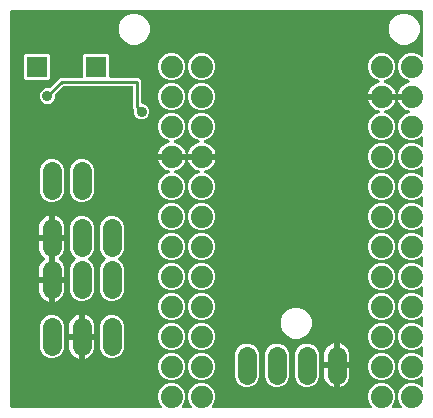
<source format=gbr>
G04 EAGLE Gerber RS-274X export*
G75*
%MOMM*%
%FSLAX34Y34*%
%LPD*%
%INBottom Copper*%
%IPPOS*%
%AMOC8*
5,1,8,0,0,1.08239X$1,22.5*%
G01*
%ADD10C,1.879600*%
%ADD11C,1.625600*%
%ADD12R,1.809600X1.809600*%
%ADD13C,0.889000*%
%ADD14C,1.008000*%
%ADD15C,0.254000*%

G36*
X142960Y41166D02*
X142960Y41166D01*
X143098Y41179D01*
X143117Y41186D01*
X143137Y41189D01*
X143266Y41240D01*
X143397Y41287D01*
X143414Y41298D01*
X143433Y41306D01*
X143545Y41387D01*
X143660Y41465D01*
X143674Y41481D01*
X143690Y41492D01*
X143779Y41600D01*
X143871Y41704D01*
X143880Y41722D01*
X143893Y41737D01*
X143952Y41863D01*
X144015Y41987D01*
X144020Y42007D01*
X144028Y42025D01*
X144055Y42162D01*
X144085Y42297D01*
X144084Y42318D01*
X144088Y42337D01*
X144080Y42476D01*
X144075Y42615D01*
X144070Y42635D01*
X144068Y42655D01*
X144026Y42787D01*
X143987Y42921D01*
X143977Y42938D01*
X143970Y42957D01*
X143896Y43075D01*
X143825Y43195D01*
X143807Y43216D01*
X143800Y43226D01*
X143785Y43240D01*
X143719Y43315D01*
X142709Y44325D01*
X140969Y48526D01*
X140969Y53074D01*
X142709Y57275D01*
X145925Y60491D01*
X150126Y62231D01*
X154674Y62231D01*
X158875Y60491D01*
X162091Y57275D01*
X163831Y53074D01*
X163831Y48526D01*
X162091Y44325D01*
X161081Y43315D01*
X160996Y43206D01*
X160907Y43099D01*
X160898Y43080D01*
X160886Y43064D01*
X160831Y42937D01*
X160772Y42811D01*
X160768Y42791D01*
X160760Y42772D01*
X160738Y42634D01*
X160712Y42498D01*
X160713Y42478D01*
X160710Y42458D01*
X160723Y42319D01*
X160732Y42181D01*
X160738Y42162D01*
X160740Y42142D01*
X160787Y42010D01*
X160830Y41879D01*
X160840Y41861D01*
X160847Y41842D01*
X160925Y41727D01*
X161000Y41610D01*
X161014Y41596D01*
X161026Y41579D01*
X161130Y41487D01*
X161231Y41392D01*
X161249Y41382D01*
X161264Y41369D01*
X161388Y41306D01*
X161510Y41238D01*
X161529Y41233D01*
X161547Y41224D01*
X161683Y41194D01*
X161818Y41159D01*
X161846Y41157D01*
X161858Y41154D01*
X161878Y41155D01*
X161978Y41149D01*
X168222Y41149D01*
X168360Y41166D01*
X168498Y41179D01*
X168517Y41186D01*
X168537Y41189D01*
X168666Y41240D01*
X168797Y41287D01*
X168814Y41298D01*
X168833Y41306D01*
X168945Y41387D01*
X169060Y41465D01*
X169074Y41481D01*
X169090Y41492D01*
X169179Y41600D01*
X169271Y41704D01*
X169280Y41722D01*
X169293Y41737D01*
X169352Y41863D01*
X169415Y41987D01*
X169420Y42007D01*
X169428Y42025D01*
X169455Y42162D01*
X169485Y42297D01*
X169484Y42318D01*
X169488Y42337D01*
X169480Y42476D01*
X169475Y42615D01*
X169470Y42635D01*
X169468Y42655D01*
X169426Y42787D01*
X169387Y42921D01*
X169377Y42938D01*
X169370Y42957D01*
X169296Y43075D01*
X169225Y43195D01*
X169207Y43216D01*
X169200Y43226D01*
X169185Y43240D01*
X169119Y43315D01*
X168109Y44325D01*
X166369Y48526D01*
X166369Y53074D01*
X168109Y57275D01*
X171325Y60491D01*
X175526Y62231D01*
X180074Y62231D01*
X184275Y60491D01*
X187491Y57275D01*
X189231Y53074D01*
X189231Y48526D01*
X187491Y44325D01*
X186481Y43315D01*
X186396Y43206D01*
X186307Y43099D01*
X186298Y43080D01*
X186286Y43064D01*
X186231Y42937D01*
X186172Y42811D01*
X186168Y42791D01*
X186160Y42772D01*
X186138Y42634D01*
X186112Y42498D01*
X186113Y42478D01*
X186110Y42458D01*
X186123Y42319D01*
X186132Y42181D01*
X186138Y42162D01*
X186140Y42142D01*
X186187Y42010D01*
X186230Y41879D01*
X186240Y41861D01*
X186247Y41842D01*
X186325Y41727D01*
X186400Y41610D01*
X186414Y41596D01*
X186426Y41579D01*
X186530Y41487D01*
X186631Y41392D01*
X186649Y41382D01*
X186664Y41369D01*
X186788Y41306D01*
X186910Y41238D01*
X186929Y41233D01*
X186947Y41224D01*
X187083Y41194D01*
X187218Y41159D01*
X187246Y41157D01*
X187258Y41154D01*
X187278Y41155D01*
X187378Y41149D01*
X320622Y41149D01*
X320760Y41166D01*
X320898Y41179D01*
X320917Y41186D01*
X320937Y41189D01*
X321066Y41240D01*
X321197Y41287D01*
X321214Y41298D01*
X321233Y41306D01*
X321345Y41387D01*
X321460Y41465D01*
X321474Y41481D01*
X321490Y41492D01*
X321579Y41600D01*
X321671Y41704D01*
X321680Y41722D01*
X321693Y41737D01*
X321752Y41863D01*
X321815Y41987D01*
X321820Y42007D01*
X321828Y42025D01*
X321855Y42162D01*
X321885Y42297D01*
X321884Y42318D01*
X321888Y42337D01*
X321880Y42476D01*
X321875Y42615D01*
X321870Y42635D01*
X321868Y42655D01*
X321826Y42787D01*
X321787Y42921D01*
X321777Y42938D01*
X321770Y42957D01*
X321696Y43075D01*
X321625Y43195D01*
X321607Y43216D01*
X321600Y43226D01*
X321585Y43240D01*
X321519Y43315D01*
X320509Y44325D01*
X318769Y48526D01*
X318769Y53074D01*
X320509Y57275D01*
X323725Y60491D01*
X327926Y62231D01*
X332474Y62231D01*
X336675Y60491D01*
X339891Y57275D01*
X341631Y53074D01*
X341631Y48526D01*
X339891Y44325D01*
X338881Y43315D01*
X338796Y43206D01*
X338707Y43099D01*
X338698Y43080D01*
X338686Y43064D01*
X338631Y42937D01*
X338572Y42811D01*
X338568Y42791D01*
X338560Y42772D01*
X338538Y42634D01*
X338512Y42498D01*
X338513Y42478D01*
X338510Y42458D01*
X338523Y42319D01*
X338532Y42181D01*
X338538Y42162D01*
X338540Y42142D01*
X338587Y42010D01*
X338630Y41879D01*
X338640Y41861D01*
X338647Y41842D01*
X338725Y41727D01*
X338800Y41610D01*
X338814Y41596D01*
X338826Y41579D01*
X338930Y41487D01*
X339031Y41392D01*
X339049Y41382D01*
X339064Y41369D01*
X339188Y41306D01*
X339310Y41238D01*
X339329Y41233D01*
X339347Y41224D01*
X339483Y41194D01*
X339618Y41159D01*
X339646Y41157D01*
X339658Y41154D01*
X339678Y41155D01*
X339778Y41149D01*
X346022Y41149D01*
X346160Y41166D01*
X346298Y41179D01*
X346317Y41186D01*
X346337Y41189D01*
X346466Y41240D01*
X346597Y41287D01*
X346614Y41298D01*
X346633Y41306D01*
X346745Y41387D01*
X346860Y41465D01*
X346874Y41481D01*
X346890Y41492D01*
X346979Y41600D01*
X347071Y41704D01*
X347080Y41722D01*
X347093Y41737D01*
X347152Y41863D01*
X347215Y41987D01*
X347220Y42007D01*
X347228Y42025D01*
X347255Y42162D01*
X347285Y42297D01*
X347284Y42318D01*
X347288Y42337D01*
X347280Y42476D01*
X347275Y42615D01*
X347270Y42635D01*
X347268Y42655D01*
X347226Y42787D01*
X347187Y42921D01*
X347177Y42938D01*
X347170Y42957D01*
X347096Y43075D01*
X347025Y43195D01*
X347007Y43216D01*
X347000Y43226D01*
X346985Y43240D01*
X346919Y43315D01*
X345909Y44325D01*
X344169Y48526D01*
X344169Y53074D01*
X345909Y57275D01*
X349125Y60491D01*
X353326Y62231D01*
X357874Y62231D01*
X362075Y60491D01*
X363085Y59481D01*
X363194Y59396D01*
X363301Y59307D01*
X363320Y59298D01*
X363336Y59286D01*
X363463Y59231D01*
X363589Y59172D01*
X363609Y59168D01*
X363628Y59160D01*
X363766Y59138D01*
X363902Y59112D01*
X363922Y59113D01*
X363942Y59110D01*
X364081Y59123D01*
X364219Y59132D01*
X364238Y59138D01*
X364258Y59140D01*
X364390Y59187D01*
X364521Y59230D01*
X364539Y59240D01*
X364558Y59247D01*
X364673Y59325D01*
X364790Y59400D01*
X364804Y59414D01*
X364821Y59426D01*
X364913Y59530D01*
X365008Y59631D01*
X365018Y59649D01*
X365031Y59664D01*
X365094Y59788D01*
X365162Y59910D01*
X365167Y59929D01*
X365176Y59947D01*
X365206Y60083D01*
X365241Y60218D01*
X365243Y60246D01*
X365246Y60258D01*
X365245Y60278D01*
X365251Y60378D01*
X365251Y66622D01*
X365234Y66760D01*
X365221Y66898D01*
X365214Y66917D01*
X365211Y66937D01*
X365160Y67066D01*
X365113Y67197D01*
X365102Y67214D01*
X365094Y67233D01*
X365013Y67345D01*
X364935Y67460D01*
X364919Y67474D01*
X364908Y67490D01*
X364800Y67579D01*
X364696Y67671D01*
X364678Y67680D01*
X364663Y67693D01*
X364537Y67752D01*
X364413Y67815D01*
X364393Y67820D01*
X364375Y67828D01*
X364238Y67855D01*
X364103Y67885D01*
X364082Y67884D01*
X364063Y67888D01*
X363924Y67880D01*
X363785Y67875D01*
X363765Y67870D01*
X363745Y67868D01*
X363613Y67826D01*
X363479Y67787D01*
X363462Y67777D01*
X363443Y67770D01*
X363325Y67696D01*
X363205Y67625D01*
X363184Y67607D01*
X363174Y67600D01*
X363160Y67585D01*
X363085Y67519D01*
X362075Y66509D01*
X357874Y64769D01*
X353326Y64769D01*
X349125Y66509D01*
X345909Y69725D01*
X344169Y73926D01*
X344169Y78474D01*
X345909Y82675D01*
X349125Y85891D01*
X353326Y87631D01*
X357874Y87631D01*
X362075Y85891D01*
X363085Y84881D01*
X363194Y84796D01*
X363301Y84707D01*
X363320Y84698D01*
X363336Y84686D01*
X363463Y84631D01*
X363589Y84572D01*
X363609Y84568D01*
X363628Y84560D01*
X363766Y84538D01*
X363902Y84512D01*
X363922Y84513D01*
X363942Y84510D01*
X364081Y84523D01*
X364219Y84532D01*
X364238Y84538D01*
X364258Y84540D01*
X364390Y84587D01*
X364521Y84630D01*
X364539Y84640D01*
X364558Y84647D01*
X364673Y84725D01*
X364790Y84800D01*
X364804Y84814D01*
X364821Y84826D01*
X364913Y84930D01*
X365008Y85031D01*
X365018Y85049D01*
X365031Y85064D01*
X365094Y85188D01*
X365162Y85310D01*
X365167Y85329D01*
X365176Y85347D01*
X365206Y85483D01*
X365241Y85618D01*
X365243Y85646D01*
X365246Y85658D01*
X365245Y85678D01*
X365251Y85778D01*
X365251Y92022D01*
X365234Y92160D01*
X365221Y92298D01*
X365214Y92317D01*
X365211Y92337D01*
X365160Y92466D01*
X365113Y92597D01*
X365102Y92614D01*
X365094Y92633D01*
X365013Y92745D01*
X364935Y92860D01*
X364919Y92874D01*
X364908Y92890D01*
X364800Y92979D01*
X364696Y93071D01*
X364678Y93080D01*
X364663Y93093D01*
X364537Y93152D01*
X364413Y93215D01*
X364393Y93220D01*
X364375Y93228D01*
X364238Y93255D01*
X364103Y93285D01*
X364082Y93284D01*
X364063Y93288D01*
X363924Y93280D01*
X363785Y93275D01*
X363765Y93270D01*
X363745Y93268D01*
X363613Y93226D01*
X363479Y93187D01*
X363462Y93177D01*
X363443Y93170D01*
X363325Y93096D01*
X363205Y93025D01*
X363184Y93007D01*
X363174Y93000D01*
X363160Y92985D01*
X363085Y92919D01*
X362075Y91909D01*
X357874Y90169D01*
X353326Y90169D01*
X349125Y91909D01*
X345909Y95125D01*
X344169Y99326D01*
X344169Y103874D01*
X345909Y108075D01*
X349125Y111291D01*
X353326Y113031D01*
X357874Y113031D01*
X362075Y111291D01*
X363085Y110281D01*
X363194Y110196D01*
X363301Y110107D01*
X363320Y110098D01*
X363336Y110086D01*
X363463Y110031D01*
X363589Y109972D01*
X363609Y109968D01*
X363628Y109960D01*
X363766Y109938D01*
X363902Y109912D01*
X363922Y109913D01*
X363942Y109910D01*
X364081Y109923D01*
X364219Y109932D01*
X364238Y109938D01*
X364258Y109940D01*
X364390Y109987D01*
X364521Y110030D01*
X364539Y110040D01*
X364558Y110047D01*
X364673Y110125D01*
X364790Y110200D01*
X364804Y110214D01*
X364821Y110226D01*
X364913Y110330D01*
X365008Y110431D01*
X365018Y110449D01*
X365031Y110464D01*
X365094Y110588D01*
X365162Y110710D01*
X365167Y110729D01*
X365176Y110747D01*
X365206Y110883D01*
X365241Y111018D01*
X365243Y111046D01*
X365246Y111058D01*
X365245Y111078D01*
X365251Y111178D01*
X365251Y117422D01*
X365234Y117560D01*
X365221Y117698D01*
X365214Y117717D01*
X365211Y117737D01*
X365160Y117866D01*
X365113Y117997D01*
X365102Y118014D01*
X365094Y118033D01*
X365013Y118145D01*
X364935Y118260D01*
X364919Y118274D01*
X364908Y118290D01*
X364800Y118379D01*
X364696Y118471D01*
X364678Y118480D01*
X364663Y118493D01*
X364537Y118552D01*
X364413Y118615D01*
X364393Y118620D01*
X364375Y118628D01*
X364238Y118655D01*
X364103Y118685D01*
X364082Y118684D01*
X364063Y118688D01*
X363924Y118680D01*
X363785Y118675D01*
X363765Y118670D01*
X363745Y118668D01*
X363613Y118626D01*
X363479Y118587D01*
X363462Y118577D01*
X363443Y118570D01*
X363325Y118496D01*
X363205Y118425D01*
X363184Y118407D01*
X363174Y118400D01*
X363160Y118385D01*
X363085Y118319D01*
X362075Y117309D01*
X357874Y115569D01*
X353326Y115569D01*
X349125Y117309D01*
X345909Y120525D01*
X344169Y124726D01*
X344169Y129274D01*
X345909Y133475D01*
X349125Y136691D01*
X353326Y138431D01*
X357874Y138431D01*
X362075Y136691D01*
X363085Y135681D01*
X363194Y135596D01*
X363301Y135507D01*
X363320Y135498D01*
X363336Y135486D01*
X363463Y135431D01*
X363589Y135372D01*
X363609Y135368D01*
X363628Y135360D01*
X363766Y135338D01*
X363902Y135312D01*
X363922Y135313D01*
X363942Y135310D01*
X364081Y135323D01*
X364219Y135332D01*
X364238Y135338D01*
X364258Y135340D01*
X364390Y135387D01*
X364521Y135430D01*
X364539Y135440D01*
X364558Y135447D01*
X364673Y135525D01*
X364790Y135600D01*
X364804Y135614D01*
X364821Y135626D01*
X364913Y135730D01*
X365008Y135831D01*
X365018Y135849D01*
X365031Y135864D01*
X365094Y135988D01*
X365162Y136110D01*
X365167Y136129D01*
X365176Y136147D01*
X365206Y136283D01*
X365241Y136418D01*
X365243Y136446D01*
X365246Y136458D01*
X365245Y136478D01*
X365251Y136578D01*
X365251Y142822D01*
X365234Y142960D01*
X365221Y143098D01*
X365214Y143117D01*
X365211Y143137D01*
X365160Y143266D01*
X365113Y143397D01*
X365102Y143414D01*
X365094Y143433D01*
X365013Y143545D01*
X364935Y143660D01*
X364919Y143674D01*
X364908Y143690D01*
X364800Y143779D01*
X364696Y143871D01*
X364678Y143880D01*
X364663Y143893D01*
X364537Y143952D01*
X364413Y144015D01*
X364393Y144020D01*
X364375Y144028D01*
X364238Y144055D01*
X364103Y144085D01*
X364082Y144084D01*
X364063Y144088D01*
X363924Y144080D01*
X363785Y144075D01*
X363765Y144070D01*
X363745Y144068D01*
X363613Y144026D01*
X363479Y143987D01*
X363462Y143977D01*
X363443Y143970D01*
X363325Y143896D01*
X363205Y143825D01*
X363184Y143807D01*
X363174Y143800D01*
X363160Y143785D01*
X363085Y143719D01*
X362075Y142709D01*
X357874Y140969D01*
X353326Y140969D01*
X349125Y142709D01*
X345909Y145925D01*
X344169Y150126D01*
X344169Y154674D01*
X345909Y158875D01*
X349125Y162091D01*
X353326Y163831D01*
X357874Y163831D01*
X362075Y162091D01*
X363085Y161081D01*
X363194Y160996D01*
X363301Y160907D01*
X363320Y160898D01*
X363336Y160886D01*
X363463Y160831D01*
X363589Y160772D01*
X363609Y160768D01*
X363628Y160760D01*
X363766Y160738D01*
X363902Y160712D01*
X363922Y160713D01*
X363942Y160710D01*
X364081Y160723D01*
X364219Y160732D01*
X364238Y160738D01*
X364258Y160740D01*
X364390Y160787D01*
X364521Y160830D01*
X364539Y160840D01*
X364558Y160847D01*
X364673Y160925D01*
X364790Y161000D01*
X364804Y161014D01*
X364821Y161026D01*
X364913Y161130D01*
X365008Y161231D01*
X365018Y161249D01*
X365031Y161264D01*
X365094Y161388D01*
X365162Y161510D01*
X365167Y161529D01*
X365176Y161547D01*
X365206Y161683D01*
X365241Y161818D01*
X365243Y161846D01*
X365246Y161858D01*
X365245Y161878D01*
X365251Y161978D01*
X365251Y168222D01*
X365234Y168360D01*
X365221Y168498D01*
X365214Y168517D01*
X365211Y168537D01*
X365160Y168666D01*
X365113Y168797D01*
X365102Y168814D01*
X365094Y168833D01*
X365013Y168945D01*
X364935Y169060D01*
X364919Y169074D01*
X364908Y169090D01*
X364800Y169179D01*
X364696Y169271D01*
X364678Y169280D01*
X364663Y169293D01*
X364537Y169352D01*
X364413Y169415D01*
X364393Y169420D01*
X364375Y169428D01*
X364238Y169455D01*
X364103Y169485D01*
X364082Y169484D01*
X364063Y169488D01*
X363924Y169480D01*
X363785Y169475D01*
X363765Y169470D01*
X363745Y169468D01*
X363613Y169426D01*
X363479Y169387D01*
X363462Y169377D01*
X363443Y169370D01*
X363325Y169296D01*
X363205Y169225D01*
X363184Y169207D01*
X363174Y169200D01*
X363160Y169185D01*
X363085Y169119D01*
X362075Y168109D01*
X357874Y166369D01*
X353326Y166369D01*
X349125Y168109D01*
X345909Y171325D01*
X344169Y175526D01*
X344169Y180074D01*
X345909Y184275D01*
X349125Y187491D01*
X353326Y189231D01*
X357874Y189231D01*
X362075Y187491D01*
X363085Y186481D01*
X363194Y186396D01*
X363301Y186307D01*
X363320Y186298D01*
X363336Y186286D01*
X363463Y186231D01*
X363589Y186172D01*
X363609Y186168D01*
X363628Y186160D01*
X363766Y186138D01*
X363902Y186112D01*
X363922Y186113D01*
X363942Y186110D01*
X364081Y186123D01*
X364219Y186132D01*
X364238Y186138D01*
X364258Y186140D01*
X364390Y186187D01*
X364521Y186230D01*
X364539Y186240D01*
X364558Y186247D01*
X364673Y186325D01*
X364790Y186400D01*
X364804Y186414D01*
X364821Y186426D01*
X364912Y186529D01*
X365008Y186631D01*
X365018Y186649D01*
X365031Y186664D01*
X365094Y186788D01*
X365162Y186910D01*
X365167Y186929D01*
X365176Y186947D01*
X365206Y187083D01*
X365241Y187218D01*
X365243Y187246D01*
X365246Y187258D01*
X365245Y187278D01*
X365251Y187378D01*
X365251Y193622D01*
X365234Y193760D01*
X365221Y193898D01*
X365214Y193917D01*
X365211Y193937D01*
X365160Y194066D01*
X365113Y194197D01*
X365102Y194214D01*
X365094Y194233D01*
X365013Y194345D01*
X364935Y194460D01*
X364919Y194474D01*
X364908Y194490D01*
X364800Y194579D01*
X364696Y194671D01*
X364678Y194680D01*
X364663Y194693D01*
X364537Y194752D01*
X364413Y194815D01*
X364393Y194820D01*
X364375Y194828D01*
X364238Y194855D01*
X364103Y194885D01*
X364082Y194884D01*
X364063Y194888D01*
X363924Y194880D01*
X363785Y194875D01*
X363765Y194870D01*
X363745Y194868D01*
X363613Y194826D01*
X363479Y194787D01*
X363462Y194777D01*
X363443Y194770D01*
X363325Y194696D01*
X363205Y194625D01*
X363184Y194607D01*
X363174Y194600D01*
X363160Y194585D01*
X363085Y194519D01*
X362075Y193509D01*
X357874Y191769D01*
X353326Y191769D01*
X349125Y193509D01*
X345909Y196725D01*
X344169Y200926D01*
X344169Y205474D01*
X345909Y209675D01*
X349125Y212891D01*
X353326Y214631D01*
X357874Y214631D01*
X362075Y212891D01*
X363085Y211881D01*
X363194Y211796D01*
X363301Y211707D01*
X363320Y211698D01*
X363336Y211686D01*
X363463Y211631D01*
X363589Y211572D01*
X363609Y211568D01*
X363628Y211560D01*
X363766Y211538D01*
X363902Y211512D01*
X363922Y211513D01*
X363942Y211510D01*
X364081Y211523D01*
X364219Y211532D01*
X364238Y211538D01*
X364258Y211540D01*
X364390Y211587D01*
X364521Y211630D01*
X364539Y211640D01*
X364558Y211647D01*
X364673Y211725D01*
X364790Y211800D01*
X364804Y211814D01*
X364821Y211826D01*
X364913Y211930D01*
X365008Y212031D01*
X365018Y212049D01*
X365031Y212064D01*
X365094Y212188D01*
X365162Y212310D01*
X365167Y212329D01*
X365176Y212347D01*
X365206Y212483D01*
X365241Y212618D01*
X365243Y212646D01*
X365246Y212658D01*
X365245Y212678D01*
X365251Y212778D01*
X365251Y219022D01*
X365234Y219160D01*
X365221Y219298D01*
X365214Y219317D01*
X365211Y219337D01*
X365160Y219466D01*
X365113Y219597D01*
X365102Y219614D01*
X365094Y219633D01*
X365013Y219745D01*
X364935Y219860D01*
X364919Y219874D01*
X364908Y219890D01*
X364800Y219979D01*
X364696Y220071D01*
X364678Y220080D01*
X364663Y220093D01*
X364537Y220152D01*
X364413Y220215D01*
X364393Y220220D01*
X364375Y220228D01*
X364238Y220255D01*
X364103Y220285D01*
X364082Y220284D01*
X364063Y220288D01*
X363924Y220280D01*
X363785Y220275D01*
X363765Y220270D01*
X363745Y220268D01*
X363613Y220226D01*
X363479Y220187D01*
X363462Y220177D01*
X363443Y220170D01*
X363325Y220096D01*
X363205Y220025D01*
X363184Y220007D01*
X363174Y220000D01*
X363160Y219985D01*
X363085Y219919D01*
X362075Y218909D01*
X357874Y217169D01*
X353326Y217169D01*
X349125Y218909D01*
X345909Y222125D01*
X344169Y226326D01*
X344169Y230874D01*
X345909Y235075D01*
X349125Y238291D01*
X353326Y240031D01*
X357874Y240031D01*
X362075Y238291D01*
X363085Y237281D01*
X363194Y237196D01*
X363301Y237107D01*
X363320Y237098D01*
X363336Y237086D01*
X363463Y237031D01*
X363589Y236972D01*
X363609Y236968D01*
X363628Y236960D01*
X363766Y236938D01*
X363902Y236912D01*
X363922Y236913D01*
X363942Y236910D01*
X364081Y236923D01*
X364219Y236932D01*
X364238Y236938D01*
X364258Y236940D01*
X364390Y236987D01*
X364521Y237030D01*
X364539Y237040D01*
X364558Y237047D01*
X364673Y237125D01*
X364790Y237200D01*
X364804Y237214D01*
X364821Y237226D01*
X364913Y237330D01*
X365008Y237431D01*
X365018Y237449D01*
X365031Y237464D01*
X365094Y237588D01*
X365162Y237710D01*
X365167Y237729D01*
X365176Y237747D01*
X365206Y237883D01*
X365241Y238018D01*
X365243Y238046D01*
X365246Y238058D01*
X365245Y238078D01*
X365251Y238178D01*
X365251Y244422D01*
X365234Y244560D01*
X365221Y244698D01*
X365214Y244717D01*
X365211Y244737D01*
X365160Y244866D01*
X365113Y244997D01*
X365102Y245014D01*
X365094Y245033D01*
X365013Y245145D01*
X364935Y245260D01*
X364919Y245274D01*
X364908Y245290D01*
X364800Y245379D01*
X364696Y245471D01*
X364678Y245480D01*
X364663Y245493D01*
X364537Y245552D01*
X364413Y245615D01*
X364393Y245620D01*
X364375Y245628D01*
X364238Y245655D01*
X364103Y245685D01*
X364082Y245684D01*
X364063Y245688D01*
X363924Y245680D01*
X363785Y245675D01*
X363765Y245670D01*
X363745Y245668D01*
X363613Y245626D01*
X363479Y245587D01*
X363462Y245577D01*
X363443Y245570D01*
X363325Y245496D01*
X363205Y245425D01*
X363184Y245407D01*
X363174Y245400D01*
X363160Y245385D01*
X363085Y245319D01*
X362075Y244309D01*
X357874Y242569D01*
X353326Y242569D01*
X349125Y244309D01*
X345909Y247525D01*
X344169Y251726D01*
X344169Y256274D01*
X345909Y260475D01*
X349125Y263691D01*
X353326Y265431D01*
X357874Y265431D01*
X362075Y263691D01*
X363085Y262681D01*
X363194Y262596D01*
X363301Y262507D01*
X363320Y262498D01*
X363336Y262486D01*
X363463Y262431D01*
X363589Y262372D01*
X363609Y262368D01*
X363628Y262360D01*
X363766Y262338D01*
X363902Y262312D01*
X363922Y262313D01*
X363942Y262310D01*
X364081Y262323D01*
X364219Y262332D01*
X364238Y262338D01*
X364258Y262340D01*
X364390Y262387D01*
X364521Y262430D01*
X364539Y262440D01*
X364558Y262447D01*
X364673Y262525D01*
X364790Y262600D01*
X364804Y262614D01*
X364821Y262626D01*
X364913Y262730D01*
X365008Y262831D01*
X365018Y262849D01*
X365031Y262864D01*
X365094Y262988D01*
X365162Y263110D01*
X365167Y263129D01*
X365176Y263147D01*
X365206Y263283D01*
X365241Y263418D01*
X365243Y263446D01*
X365246Y263458D01*
X365245Y263478D01*
X365251Y263578D01*
X365251Y269822D01*
X365234Y269960D01*
X365221Y270098D01*
X365214Y270117D01*
X365211Y270137D01*
X365160Y270266D01*
X365113Y270397D01*
X365102Y270414D01*
X365094Y270433D01*
X365013Y270545D01*
X364935Y270660D01*
X364919Y270674D01*
X364908Y270690D01*
X364800Y270779D01*
X364696Y270871D01*
X364678Y270880D01*
X364663Y270893D01*
X364537Y270952D01*
X364413Y271015D01*
X364393Y271020D01*
X364375Y271028D01*
X364238Y271055D01*
X364103Y271085D01*
X364082Y271084D01*
X364063Y271088D01*
X363924Y271080D01*
X363785Y271075D01*
X363765Y271070D01*
X363745Y271068D01*
X363613Y271026D01*
X363479Y270987D01*
X363462Y270977D01*
X363443Y270970D01*
X363325Y270896D01*
X363205Y270825D01*
X363184Y270807D01*
X363174Y270800D01*
X363160Y270785D01*
X363085Y270719D01*
X362075Y269709D01*
X357874Y267969D01*
X353326Y267969D01*
X349125Y269709D01*
X345909Y272925D01*
X344169Y277126D01*
X344169Y281674D01*
X345909Y285875D01*
X349125Y289091D01*
X353084Y290730D01*
X353196Y290794D01*
X353311Y290853D01*
X353334Y290873D01*
X353360Y290888D01*
X353453Y290978D01*
X353550Y291063D01*
X353567Y291088D01*
X353588Y291109D01*
X353656Y291220D01*
X353729Y291326D01*
X353739Y291355D01*
X353755Y291380D01*
X353793Y291504D01*
X353836Y291625D01*
X353839Y291655D01*
X353848Y291684D01*
X353854Y291813D01*
X353867Y291942D01*
X353862Y291972D01*
X353863Y292002D01*
X353837Y292128D01*
X353817Y292256D01*
X353805Y292284D01*
X353799Y292313D01*
X353742Y292430D01*
X353691Y292548D01*
X353673Y292572D01*
X353659Y292599D01*
X353575Y292697D01*
X353496Y292800D01*
X353473Y292818D01*
X353453Y292841D01*
X353347Y292915D01*
X353245Y292995D01*
X353218Y293007D01*
X353193Y293024D01*
X353072Y293070D01*
X352953Y293121D01*
X352912Y293131D01*
X352896Y293137D01*
X352874Y293139D01*
X352809Y293154D01*
X351017Y293736D01*
X349343Y294589D01*
X347822Y295694D01*
X346494Y297022D01*
X345389Y298543D01*
X344536Y300217D01*
X344107Y301537D01*
X344073Y301609D01*
X344049Y301685D01*
X344006Y301752D01*
X343972Y301825D01*
X343921Y301886D01*
X343878Y301953D01*
X343820Y302008D01*
X343769Y302070D01*
X343705Y302117D01*
X343647Y302171D01*
X343577Y302210D01*
X343512Y302257D01*
X343502Y302261D01*
X354330Y302261D01*
X354448Y302276D01*
X354567Y302283D01*
X354605Y302296D01*
X354645Y302301D01*
X354756Y302344D01*
X354869Y302381D01*
X354903Y302403D01*
X354941Y302418D01*
X355037Y302488D01*
X355138Y302551D01*
X355166Y302581D01*
X355198Y302604D01*
X355274Y302696D01*
X355356Y302783D01*
X355375Y302818D01*
X355401Y302849D01*
X355452Y302957D01*
X355509Y303061D01*
X355520Y303101D01*
X355537Y303137D01*
X355559Y303254D01*
X355589Y303369D01*
X355593Y303430D01*
X355597Y303450D01*
X355595Y303470D01*
X355599Y303530D01*
X355599Y306070D01*
X355584Y306188D01*
X355577Y306307D01*
X355564Y306345D01*
X355559Y306385D01*
X355515Y306496D01*
X355479Y306609D01*
X355457Y306644D01*
X355442Y306681D01*
X355372Y306777D01*
X355309Y306878D01*
X355279Y306906D01*
X355255Y306939D01*
X355164Y307014D01*
X355077Y307096D01*
X355042Y307116D01*
X355010Y307141D01*
X354903Y307192D01*
X354798Y307250D01*
X354759Y307260D01*
X354723Y307277D01*
X354606Y307299D01*
X354491Y307329D01*
X354430Y307333D01*
X354410Y307337D01*
X354390Y307335D01*
X354330Y307339D01*
X343502Y307339D01*
X343511Y307343D01*
X343575Y307389D01*
X343645Y307428D01*
X343703Y307482D01*
X343768Y307529D01*
X343819Y307591D01*
X343877Y307645D01*
X343920Y307713D01*
X343971Y307774D01*
X344005Y307846D01*
X344048Y307913D01*
X344106Y308060D01*
X344107Y308062D01*
X344107Y308063D01*
X344536Y309383D01*
X345389Y311057D01*
X346494Y312578D01*
X347822Y313906D01*
X349343Y315011D01*
X351017Y315864D01*
X352834Y316454D01*
X352920Y316479D01*
X353046Y316510D01*
X353073Y316524D01*
X353102Y316532D01*
X353213Y316598D01*
X353327Y316658D01*
X353350Y316679D01*
X353376Y316694D01*
X353467Y316785D01*
X353563Y316872D01*
X353579Y316897D01*
X353600Y316919D01*
X353666Y317030D01*
X353737Y317138D01*
X353747Y317167D01*
X353763Y317192D01*
X353799Y317316D01*
X353841Y317439D01*
X353843Y317469D01*
X353851Y317498D01*
X353856Y317627D01*
X353866Y317756D01*
X353861Y317786D01*
X353862Y317816D01*
X353834Y317942D01*
X353811Y318069D01*
X353799Y318097D01*
X353793Y318126D01*
X353734Y318241D01*
X353681Y318359D01*
X353662Y318383D01*
X353648Y318410D01*
X353563Y318506D01*
X353482Y318608D01*
X353458Y318626D01*
X353438Y318648D01*
X353332Y318721D01*
X353228Y318799D01*
X353190Y318818D01*
X353176Y318827D01*
X353155Y318835D01*
X353084Y318870D01*
X349125Y320509D01*
X345909Y323725D01*
X344169Y327926D01*
X344169Y332474D01*
X345909Y336675D01*
X349125Y339891D01*
X353326Y341631D01*
X357874Y341631D01*
X362075Y339891D01*
X363085Y338881D01*
X363194Y338796D01*
X363301Y338707D01*
X363320Y338698D01*
X363336Y338686D01*
X363463Y338631D01*
X363589Y338572D01*
X363609Y338568D01*
X363628Y338560D01*
X363766Y338538D01*
X363902Y338512D01*
X363922Y338513D01*
X363942Y338510D01*
X364081Y338523D01*
X364219Y338532D01*
X364238Y338538D01*
X364258Y338540D01*
X364390Y338587D01*
X364521Y338630D01*
X364539Y338640D01*
X364558Y338647D01*
X364673Y338725D01*
X364790Y338800D01*
X364804Y338814D01*
X364821Y338826D01*
X364913Y338930D01*
X365008Y339031D01*
X365018Y339049D01*
X365031Y339064D01*
X365094Y339188D01*
X365162Y339310D01*
X365167Y339329D01*
X365176Y339347D01*
X365206Y339483D01*
X365241Y339618D01*
X365243Y339646D01*
X365246Y339658D01*
X365245Y339678D01*
X365251Y339778D01*
X365251Y376682D01*
X365236Y376800D01*
X365229Y376919D01*
X365216Y376957D01*
X365211Y376998D01*
X365168Y377108D01*
X365131Y377221D01*
X365109Y377256D01*
X365094Y377293D01*
X365025Y377389D01*
X364961Y377490D01*
X364931Y377518D01*
X364908Y377551D01*
X364816Y377627D01*
X364729Y377708D01*
X364694Y377728D01*
X364663Y377753D01*
X364555Y377804D01*
X364451Y377862D01*
X364411Y377872D01*
X364375Y377889D01*
X364258Y377911D01*
X364143Y377941D01*
X364083Y377945D01*
X364063Y377949D01*
X364042Y377947D01*
X363982Y377951D01*
X17018Y377951D01*
X16900Y377936D01*
X16781Y377929D01*
X16743Y377916D01*
X16702Y377911D01*
X16592Y377868D01*
X16479Y377831D01*
X16444Y377809D01*
X16407Y377794D01*
X16311Y377725D01*
X16210Y377661D01*
X16182Y377631D01*
X16149Y377608D01*
X16073Y377516D01*
X15992Y377429D01*
X15972Y377394D01*
X15947Y377363D01*
X15896Y377255D01*
X15838Y377151D01*
X15828Y377111D01*
X15811Y377075D01*
X15789Y376958D01*
X15759Y376843D01*
X15755Y376783D01*
X15751Y376763D01*
X15753Y376742D01*
X15749Y376682D01*
X15749Y42418D01*
X15764Y42300D01*
X15771Y42181D01*
X15784Y42143D01*
X15789Y42102D01*
X15832Y41992D01*
X15869Y41879D01*
X15891Y41844D01*
X15906Y41807D01*
X15975Y41711D01*
X16039Y41610D01*
X16069Y41582D01*
X16092Y41549D01*
X16184Y41473D01*
X16271Y41392D01*
X16306Y41372D01*
X16337Y41347D01*
X16445Y41296D01*
X16549Y41238D01*
X16589Y41228D01*
X16625Y41211D01*
X16742Y41189D01*
X16857Y41159D01*
X16917Y41155D01*
X16937Y41151D01*
X16958Y41153D01*
X17018Y41149D01*
X142822Y41149D01*
X142960Y41166D01*
G37*
%LPC*%
G36*
X125711Y285622D02*
X125711Y285622D01*
X123331Y286608D01*
X121508Y288431D01*
X120522Y290811D01*
X120522Y293381D01*
X120510Y293480D01*
X120507Y293578D01*
X120490Y293637D01*
X120482Y293697D01*
X120446Y293789D01*
X120418Y293884D01*
X120388Y293936D01*
X120365Y293992D01*
X120307Y294073D01*
X120257Y294158D01*
X120191Y294233D01*
X120179Y294250D01*
X120169Y294258D01*
X120150Y294279D01*
X119887Y294542D01*
X119887Y312928D01*
X119872Y313046D01*
X119865Y313165D01*
X119852Y313203D01*
X119847Y313244D01*
X119804Y313354D01*
X119767Y313467D01*
X119745Y313502D01*
X119730Y313539D01*
X119661Y313635D01*
X119597Y313736D01*
X119567Y313764D01*
X119544Y313797D01*
X119452Y313873D01*
X119365Y313954D01*
X119330Y313974D01*
X119299Y313999D01*
X119191Y314050D01*
X119087Y314108D01*
X119047Y314118D01*
X119011Y314135D01*
X118894Y314157D01*
X118779Y314187D01*
X118719Y314191D01*
X118699Y314195D01*
X118678Y314193D01*
X118618Y314197D01*
X61161Y314197D01*
X61063Y314185D01*
X60964Y314182D01*
X60905Y314165D01*
X60845Y314157D01*
X60753Y314121D01*
X60658Y314093D01*
X60606Y314063D01*
X60550Y314040D01*
X60470Y313982D01*
X60384Y313932D01*
X60309Y313866D01*
X60292Y313854D01*
X60284Y313844D01*
X60263Y313826D01*
X53839Y307402D01*
X53779Y307323D01*
X53711Y307251D01*
X53682Y307198D01*
X53645Y307150D01*
X53605Y307059D01*
X53557Y306973D01*
X53542Y306914D01*
X53518Y306859D01*
X53503Y306761D01*
X53478Y306665D01*
X53472Y306565D01*
X53468Y306545D01*
X53470Y306532D01*
X53468Y306504D01*
X53468Y303934D01*
X52482Y301554D01*
X50659Y299731D01*
X48279Y298745D01*
X45701Y298745D01*
X43321Y299731D01*
X41498Y301554D01*
X40512Y303934D01*
X40512Y306512D01*
X41498Y308892D01*
X43321Y310715D01*
X45701Y311701D01*
X48271Y311701D01*
X48369Y311713D01*
X48468Y311716D01*
X48527Y311733D01*
X48587Y311741D01*
X48679Y311777D01*
X48774Y311805D01*
X48826Y311835D01*
X48882Y311858D01*
X48963Y311916D01*
X49048Y311966D01*
X49123Y312032D01*
X49140Y312044D01*
X49148Y312054D01*
X49169Y312072D01*
X57899Y320803D01*
X76150Y320803D01*
X76268Y320818D01*
X76387Y320825D01*
X76425Y320838D01*
X76466Y320843D01*
X76576Y320886D01*
X76689Y320923D01*
X76724Y320945D01*
X76761Y320960D01*
X76857Y321029D01*
X76958Y321093D01*
X76986Y321123D01*
X77019Y321146D01*
X77095Y321238D01*
X77176Y321325D01*
X77196Y321360D01*
X77221Y321391D01*
X77272Y321499D01*
X77330Y321603D01*
X77340Y321643D01*
X77357Y321679D01*
X77379Y321796D01*
X77409Y321911D01*
X77413Y321971D01*
X77417Y321991D01*
X77415Y322012D01*
X77419Y322072D01*
X77419Y340090D01*
X78610Y341281D01*
X98390Y341281D01*
X99581Y340090D01*
X99581Y322072D01*
X99596Y321954D01*
X99603Y321835D01*
X99616Y321797D01*
X99621Y321756D01*
X99664Y321646D01*
X99701Y321533D01*
X99723Y321498D01*
X99738Y321461D01*
X99807Y321365D01*
X99871Y321264D01*
X99901Y321236D01*
X99924Y321203D01*
X100016Y321127D01*
X100103Y321046D01*
X100138Y321026D01*
X100169Y321001D01*
X100277Y320950D01*
X100381Y320892D01*
X100421Y320882D01*
X100457Y320865D01*
X100574Y320843D01*
X100689Y320813D01*
X100749Y320809D01*
X100769Y320805D01*
X100790Y320807D01*
X100850Y320803D01*
X124558Y320803D01*
X126493Y318868D01*
X126493Y299847D01*
X126508Y299729D01*
X126515Y299610D01*
X126528Y299572D01*
X126533Y299531D01*
X126576Y299421D01*
X126613Y299308D01*
X126635Y299273D01*
X126650Y299236D01*
X126719Y299140D01*
X126783Y299039D01*
X126813Y299011D01*
X126836Y298978D01*
X126928Y298902D01*
X127015Y298821D01*
X127050Y298801D01*
X127081Y298776D01*
X127189Y298725D01*
X127293Y298667D01*
X127333Y298657D01*
X127369Y298640D01*
X127486Y298618D01*
X127601Y298588D01*
X127661Y298584D01*
X127681Y298580D01*
X127702Y298582D01*
X127762Y298578D01*
X128289Y298578D01*
X130669Y297592D01*
X132492Y295769D01*
X133478Y293389D01*
X133478Y290811D01*
X132492Y288431D01*
X130669Y286608D01*
X128289Y285622D01*
X125711Y285622D01*
G37*
%LPD*%
%LPC*%
G36*
X99579Y131571D02*
X99579Y131571D01*
X95844Y133118D01*
X92986Y135976D01*
X91439Y139711D01*
X91439Y160009D01*
X92986Y163744D01*
X95985Y166743D01*
X96058Y166837D01*
X96137Y166926D01*
X96155Y166962D01*
X96180Y166994D01*
X96227Y167103D01*
X96281Y167209D01*
X96290Y167248D01*
X96306Y167286D01*
X96325Y167403D01*
X96351Y167519D01*
X96350Y167560D01*
X96356Y167600D01*
X96345Y167718D01*
X96341Y167837D01*
X96330Y167876D01*
X96326Y167916D01*
X96286Y168029D01*
X96253Y168143D01*
X96232Y168178D01*
X96219Y168216D01*
X96152Y168314D01*
X96091Y168417D01*
X96052Y168462D01*
X96040Y168479D01*
X96025Y168492D01*
X95985Y168538D01*
X92986Y171536D01*
X91439Y175271D01*
X91439Y195569D01*
X92986Y199304D01*
X95844Y202162D01*
X99579Y203709D01*
X103621Y203709D01*
X107356Y202162D01*
X110214Y199304D01*
X111761Y195569D01*
X111761Y175271D01*
X110214Y171536D01*
X107215Y168538D01*
X107142Y168443D01*
X107063Y168354D01*
X107045Y168318D01*
X107020Y168286D01*
X106973Y168177D01*
X106919Y168071D01*
X106910Y168032D01*
X106894Y167994D01*
X106875Y167877D01*
X106849Y167761D01*
X106850Y167720D01*
X106844Y167680D01*
X106855Y167562D01*
X106859Y167443D01*
X106870Y167404D01*
X106874Y167364D01*
X106914Y167251D01*
X106947Y167137D01*
X106968Y167103D01*
X106981Y167064D01*
X107048Y166966D01*
X107109Y166863D01*
X107148Y166818D01*
X107160Y166801D01*
X107175Y166788D01*
X107215Y166743D01*
X110214Y163744D01*
X111761Y160009D01*
X111761Y139711D01*
X110214Y135976D01*
X107356Y133118D01*
X103621Y131571D01*
X99579Y131571D01*
G37*
%LPD*%
%LPC*%
G36*
X74179Y131571D02*
X74179Y131571D01*
X70444Y133118D01*
X67586Y135976D01*
X66039Y139711D01*
X66039Y160009D01*
X67586Y163744D01*
X70585Y166743D01*
X70658Y166837D01*
X70737Y166926D01*
X70755Y166962D01*
X70780Y166994D01*
X70827Y167103D01*
X70881Y167209D01*
X70890Y167248D01*
X70906Y167286D01*
X70925Y167403D01*
X70951Y167519D01*
X70950Y167560D01*
X70956Y167600D01*
X70945Y167718D01*
X70941Y167837D01*
X70930Y167876D01*
X70926Y167916D01*
X70886Y168029D01*
X70853Y168143D01*
X70832Y168178D01*
X70819Y168216D01*
X70752Y168314D01*
X70691Y168417D01*
X70652Y168462D01*
X70640Y168479D01*
X70625Y168492D01*
X70585Y168538D01*
X67586Y171536D01*
X66039Y175271D01*
X66039Y195569D01*
X67586Y199304D01*
X70444Y202162D01*
X74179Y203709D01*
X78221Y203709D01*
X81956Y202162D01*
X84814Y199304D01*
X86361Y195569D01*
X86361Y175271D01*
X84814Y171536D01*
X81815Y168538D01*
X81742Y168443D01*
X81663Y168354D01*
X81645Y168318D01*
X81620Y168286D01*
X81573Y168177D01*
X81519Y168071D01*
X81510Y168032D01*
X81494Y167994D01*
X81475Y167877D01*
X81449Y167761D01*
X81450Y167720D01*
X81444Y167680D01*
X81455Y167562D01*
X81459Y167443D01*
X81470Y167404D01*
X81474Y167364D01*
X81514Y167251D01*
X81547Y167137D01*
X81568Y167103D01*
X81581Y167064D01*
X81648Y166966D01*
X81709Y166863D01*
X81748Y166818D01*
X81760Y166801D01*
X81775Y166788D01*
X81815Y166743D01*
X84814Y163744D01*
X86361Y160009D01*
X86361Y139711D01*
X84814Y135976D01*
X81956Y133118D01*
X78221Y131571D01*
X74179Y131571D01*
G37*
%LPD*%
%LPC*%
G36*
X150126Y217169D02*
X150126Y217169D01*
X145925Y218909D01*
X142709Y222125D01*
X140969Y226326D01*
X140969Y230874D01*
X142709Y235075D01*
X145925Y238291D01*
X149884Y239930D01*
X149996Y239994D01*
X150111Y240053D01*
X150134Y240073D01*
X150160Y240088D01*
X150253Y240178D01*
X150350Y240263D01*
X150367Y240288D01*
X150388Y240309D01*
X150456Y240419D01*
X150529Y240526D01*
X150539Y240554D01*
X150555Y240580D01*
X150593Y240704D01*
X150636Y240825D01*
X150639Y240855D01*
X150648Y240884D01*
X150654Y241013D01*
X150667Y241142D01*
X150662Y241172D01*
X150663Y241202D01*
X150637Y241328D01*
X150617Y241456D01*
X150605Y241484D01*
X150599Y241513D01*
X150542Y241629D01*
X150491Y241748D01*
X150473Y241772D01*
X150459Y241799D01*
X150375Y241897D01*
X150296Y241999D01*
X150273Y242018D01*
X150253Y242041D01*
X150147Y242115D01*
X150045Y242195D01*
X150018Y242207D01*
X149993Y242224D01*
X149872Y242270D01*
X149753Y242321D01*
X149711Y242331D01*
X149696Y242337D01*
X149674Y242339D01*
X149609Y242354D01*
X147817Y242936D01*
X146143Y243789D01*
X144622Y244894D01*
X143294Y246222D01*
X142189Y247743D01*
X141336Y249417D01*
X140755Y251204D01*
X140715Y251461D01*
X151130Y251461D01*
X151248Y251476D01*
X151367Y251483D01*
X151405Y251496D01*
X151445Y251501D01*
X151556Y251544D01*
X151669Y251581D01*
X151703Y251603D01*
X151741Y251618D01*
X151837Y251688D01*
X151938Y251751D01*
X151966Y251781D01*
X151998Y251804D01*
X152074Y251896D01*
X152156Y251983D01*
X152175Y252018D01*
X152201Y252049D01*
X152252Y252157D01*
X152309Y252261D01*
X152320Y252301D01*
X152337Y252337D01*
X152359Y252454D01*
X152389Y252569D01*
X152393Y252630D01*
X152397Y252650D01*
X152395Y252670D01*
X152399Y252730D01*
X152399Y255270D01*
X152384Y255388D01*
X152377Y255507D01*
X152364Y255545D01*
X152359Y255585D01*
X152315Y255696D01*
X152279Y255809D01*
X152257Y255844D01*
X152242Y255881D01*
X152172Y255977D01*
X152109Y256078D01*
X152079Y256106D01*
X152055Y256139D01*
X151964Y256214D01*
X151877Y256296D01*
X151842Y256316D01*
X151810Y256341D01*
X151703Y256392D01*
X151598Y256450D01*
X151559Y256460D01*
X151523Y256477D01*
X151406Y256499D01*
X151291Y256529D01*
X151230Y256533D01*
X151210Y256537D01*
X151190Y256535D01*
X151130Y256539D01*
X140715Y256539D01*
X140755Y256796D01*
X141336Y258583D01*
X142189Y260257D01*
X143294Y261778D01*
X144622Y263106D01*
X146143Y264211D01*
X147817Y265064D01*
X149634Y265654D01*
X149720Y265680D01*
X149846Y265710D01*
X149873Y265724D01*
X149902Y265732D01*
X150013Y265798D01*
X150127Y265858D01*
X150150Y265879D01*
X150176Y265894D01*
X150267Y265985D01*
X150363Y266072D01*
X150379Y266097D01*
X150401Y266119D01*
X150466Y266230D01*
X150537Y266338D01*
X150547Y266367D01*
X150563Y266392D01*
X150599Y266516D01*
X150641Y266639D01*
X150643Y266669D01*
X150651Y266698D01*
X150656Y266827D01*
X150666Y266956D01*
X150661Y266986D01*
X150662Y267016D01*
X150634Y267142D01*
X150611Y267269D01*
X150599Y267297D01*
X150592Y267326D01*
X150534Y267441D01*
X150481Y267559D01*
X150462Y267583D01*
X150448Y267610D01*
X150363Y267707D01*
X150282Y267808D01*
X150258Y267826D01*
X150238Y267848D01*
X150131Y267921D01*
X150028Y267999D01*
X149989Y268018D01*
X149975Y268027D01*
X149955Y268035D01*
X149884Y268070D01*
X145925Y269709D01*
X142709Y272925D01*
X140969Y277126D01*
X140969Y281674D01*
X142709Y285875D01*
X145925Y289091D01*
X150126Y290831D01*
X154674Y290831D01*
X158875Y289091D01*
X162091Y285875D01*
X163831Y281674D01*
X163831Y277126D01*
X162091Y272925D01*
X158875Y269709D01*
X154916Y268070D01*
X154804Y268006D01*
X154689Y267947D01*
X154666Y267927D01*
X154640Y267912D01*
X154547Y267822D01*
X154450Y267737D01*
X154433Y267712D01*
X154412Y267691D01*
X154344Y267581D01*
X154271Y267474D01*
X154261Y267446D01*
X154245Y267420D01*
X154207Y267296D01*
X154164Y267175D01*
X154161Y267145D01*
X154152Y267116D01*
X154146Y266987D01*
X154133Y266858D01*
X154138Y266828D01*
X154137Y266798D01*
X154163Y266672D01*
X154183Y266544D01*
X154195Y266516D01*
X154201Y266487D01*
X154258Y266371D01*
X154309Y266252D01*
X154327Y266228D01*
X154341Y266201D01*
X154425Y266103D01*
X154504Y266001D01*
X154527Y265982D01*
X154547Y265959D01*
X154653Y265885D01*
X154755Y265805D01*
X154782Y265793D01*
X154807Y265776D01*
X154928Y265730D01*
X155047Y265679D01*
X155089Y265669D01*
X155104Y265663D01*
X155126Y265661D01*
X155191Y265646D01*
X156983Y265064D01*
X158657Y264211D01*
X160178Y263106D01*
X161506Y261778D01*
X162611Y260257D01*
X163464Y258583D01*
X163893Y257263D01*
X163927Y257191D01*
X163951Y257115D01*
X163994Y257048D01*
X164028Y256975D01*
X164079Y256914D01*
X164122Y256847D01*
X164180Y256792D01*
X164231Y256730D01*
X164295Y256683D01*
X164353Y256629D01*
X164423Y256590D01*
X164488Y256543D01*
X164498Y256539D01*
X153670Y256539D01*
X153552Y256524D01*
X153433Y256517D01*
X153395Y256504D01*
X153355Y256499D01*
X153244Y256456D01*
X153131Y256419D01*
X153097Y256397D01*
X153059Y256382D01*
X152963Y256312D01*
X152862Y256249D01*
X152834Y256219D01*
X152802Y256195D01*
X152726Y256104D01*
X152644Y256017D01*
X152625Y255982D01*
X152599Y255951D01*
X152548Y255843D01*
X152491Y255739D01*
X152480Y255699D01*
X152463Y255663D01*
X152441Y255546D01*
X152411Y255431D01*
X152407Y255370D01*
X152403Y255350D01*
X152405Y255330D01*
X152401Y255270D01*
X152401Y252730D01*
X152416Y252612D01*
X152423Y252493D01*
X152436Y252455D01*
X152441Y252414D01*
X152485Y252304D01*
X152521Y252191D01*
X152543Y252156D01*
X152558Y252119D01*
X152628Y252023D01*
X152691Y251922D01*
X152721Y251894D01*
X152745Y251861D01*
X152836Y251786D01*
X152923Y251704D01*
X152958Y251684D01*
X152990Y251659D01*
X153097Y251608D01*
X153202Y251550D01*
X153241Y251540D01*
X153277Y251523D01*
X153394Y251501D01*
X153509Y251471D01*
X153570Y251467D01*
X153590Y251463D01*
X153610Y251465D01*
X153670Y251461D01*
X164498Y251461D01*
X164489Y251457D01*
X164425Y251411D01*
X164355Y251372D01*
X164297Y251318D01*
X164232Y251271D01*
X164181Y251209D01*
X164123Y251155D01*
X164080Y251087D01*
X164029Y251026D01*
X163995Y250954D01*
X163952Y250887D01*
X163894Y250740D01*
X163893Y250738D01*
X163893Y250737D01*
X163464Y249417D01*
X162611Y247743D01*
X161506Y246222D01*
X160178Y244894D01*
X158657Y243789D01*
X156983Y242936D01*
X155166Y242346D01*
X155080Y242320D01*
X154954Y242290D01*
X154927Y242276D01*
X154898Y242268D01*
X154787Y242202D01*
X154673Y242142D01*
X154650Y242121D01*
X154624Y242106D01*
X154533Y242015D01*
X154437Y241928D01*
X154421Y241903D01*
X154399Y241881D01*
X154334Y241770D01*
X154263Y241662D01*
X154253Y241633D01*
X154237Y241608D01*
X154201Y241484D01*
X154159Y241361D01*
X154157Y241331D01*
X154149Y241302D01*
X154144Y241173D01*
X154134Y241044D01*
X154139Y241014D01*
X154138Y240984D01*
X154166Y240858D01*
X154189Y240731D01*
X154201Y240703D01*
X154208Y240674D01*
X154266Y240559D01*
X154319Y240441D01*
X154338Y240417D01*
X154352Y240390D01*
X154437Y240293D01*
X154518Y240192D01*
X154542Y240174D01*
X154562Y240152D01*
X154669Y240079D01*
X154772Y240001D01*
X154811Y239982D01*
X154825Y239973D01*
X154845Y239965D01*
X154916Y239930D01*
X158875Y238291D01*
X162091Y235075D01*
X163831Y230874D01*
X163831Y226326D01*
X162091Y222125D01*
X158875Y218909D01*
X154674Y217169D01*
X150126Y217169D01*
G37*
%LPD*%
%LPC*%
G36*
X175526Y217169D02*
X175526Y217169D01*
X171325Y218909D01*
X168109Y222125D01*
X166369Y226326D01*
X166369Y230874D01*
X168109Y235075D01*
X171325Y238291D01*
X175284Y239930D01*
X175396Y239994D01*
X175511Y240053D01*
X175534Y240073D01*
X175560Y240088D01*
X175653Y240178D01*
X175750Y240263D01*
X175767Y240288D01*
X175788Y240309D01*
X175856Y240419D01*
X175929Y240526D01*
X175939Y240554D01*
X175955Y240580D01*
X175993Y240704D01*
X176036Y240825D01*
X176039Y240855D01*
X176048Y240884D01*
X176054Y241013D01*
X176067Y241142D01*
X176062Y241172D01*
X176063Y241202D01*
X176037Y241328D01*
X176017Y241456D01*
X176005Y241484D01*
X175999Y241513D01*
X175942Y241629D01*
X175891Y241748D01*
X175873Y241772D01*
X175859Y241799D01*
X175775Y241897D01*
X175696Y241999D01*
X175673Y242018D01*
X175653Y242041D01*
X175547Y242115D01*
X175445Y242195D01*
X175418Y242207D01*
X175393Y242224D01*
X175272Y242270D01*
X175153Y242321D01*
X175111Y242331D01*
X175096Y242337D01*
X175074Y242339D01*
X175009Y242354D01*
X173217Y242936D01*
X171543Y243789D01*
X170022Y244894D01*
X168694Y246222D01*
X167589Y247743D01*
X166736Y249417D01*
X166307Y250737D01*
X166273Y250809D01*
X166249Y250885D01*
X166206Y250952D01*
X166172Y251025D01*
X166121Y251086D01*
X166078Y251153D01*
X166020Y251208D01*
X165969Y251270D01*
X165905Y251317D01*
X165847Y251371D01*
X165776Y251410D01*
X165712Y251457D01*
X165702Y251461D01*
X176530Y251461D01*
X176648Y251476D01*
X176767Y251483D01*
X176805Y251496D01*
X176845Y251501D01*
X176956Y251544D01*
X177069Y251581D01*
X177103Y251603D01*
X177141Y251618D01*
X177237Y251688D01*
X177338Y251751D01*
X177366Y251781D01*
X177398Y251804D01*
X177474Y251896D01*
X177556Y251983D01*
X177575Y252018D01*
X177601Y252049D01*
X177652Y252157D01*
X177709Y252261D01*
X177720Y252301D01*
X177737Y252337D01*
X177759Y252454D01*
X177789Y252569D01*
X177793Y252630D01*
X177797Y252650D01*
X177795Y252670D01*
X177799Y252730D01*
X177799Y255270D01*
X177784Y255388D01*
X177777Y255507D01*
X177764Y255545D01*
X177759Y255585D01*
X177715Y255696D01*
X177679Y255809D01*
X177657Y255844D01*
X177642Y255881D01*
X177572Y255977D01*
X177509Y256078D01*
X177479Y256106D01*
X177455Y256139D01*
X177364Y256214D01*
X177277Y256296D01*
X177242Y256316D01*
X177210Y256341D01*
X177103Y256392D01*
X176998Y256450D01*
X176959Y256460D01*
X176923Y256477D01*
X176806Y256499D01*
X176691Y256529D01*
X176630Y256533D01*
X176610Y256537D01*
X176590Y256535D01*
X176530Y256539D01*
X165702Y256539D01*
X165711Y256543D01*
X165775Y256589D01*
X165845Y256628D01*
X165903Y256682D01*
X165968Y256729D01*
X166019Y256791D01*
X166077Y256845D01*
X166120Y256913D01*
X166171Y256974D01*
X166205Y257046D01*
X166248Y257113D01*
X166306Y257261D01*
X166307Y257262D01*
X166307Y257263D01*
X166736Y258583D01*
X167589Y260257D01*
X168694Y261778D01*
X170022Y263106D01*
X171543Y264211D01*
X173217Y265064D01*
X175034Y265654D01*
X175120Y265679D01*
X175246Y265710D01*
X175273Y265724D01*
X175302Y265732D01*
X175413Y265798D01*
X175527Y265858D01*
X175550Y265879D01*
X175576Y265894D01*
X175667Y265985D01*
X175763Y266072D01*
X175779Y266097D01*
X175800Y266119D01*
X175866Y266230D01*
X175937Y266338D01*
X175947Y266367D01*
X175963Y266392D01*
X175999Y266516D01*
X176041Y266639D01*
X176043Y266669D01*
X176051Y266698D01*
X176056Y266827D01*
X176066Y266956D01*
X176061Y266986D01*
X176062Y267016D01*
X176034Y267142D01*
X176011Y267269D01*
X175999Y267297D01*
X175993Y267326D01*
X175934Y267441D01*
X175881Y267559D01*
X175862Y267583D01*
X175848Y267610D01*
X175763Y267706D01*
X175682Y267808D01*
X175658Y267826D01*
X175638Y267848D01*
X175532Y267921D01*
X175428Y267999D01*
X175390Y268018D01*
X175376Y268027D01*
X175355Y268035D01*
X175284Y268070D01*
X171325Y269709D01*
X168109Y272925D01*
X166369Y277126D01*
X166369Y281674D01*
X168109Y285875D01*
X171325Y289091D01*
X175526Y290831D01*
X180074Y290831D01*
X184275Y289091D01*
X187491Y285875D01*
X189231Y281674D01*
X189231Y277126D01*
X187491Y272925D01*
X184275Y269709D01*
X180316Y268070D01*
X180204Y268006D01*
X180089Y267947D01*
X180066Y267927D01*
X180040Y267912D01*
X179947Y267822D01*
X179850Y267737D01*
X179833Y267712D01*
X179812Y267691D01*
X179744Y267580D01*
X179671Y267474D01*
X179661Y267445D01*
X179645Y267420D01*
X179607Y267296D01*
X179564Y267175D01*
X179561Y267145D01*
X179552Y267116D01*
X179546Y266987D01*
X179533Y266858D01*
X179538Y266828D01*
X179537Y266798D01*
X179563Y266672D01*
X179583Y266544D01*
X179595Y266516D01*
X179601Y266487D01*
X179658Y266370D01*
X179709Y266252D01*
X179727Y266228D01*
X179741Y266201D01*
X179825Y266103D01*
X179904Y266000D01*
X179927Y265982D01*
X179947Y265959D01*
X180053Y265885D01*
X180155Y265805D01*
X180182Y265793D01*
X180207Y265776D01*
X180328Y265730D01*
X180447Y265679D01*
X180488Y265669D01*
X180504Y265663D01*
X180526Y265661D01*
X180591Y265646D01*
X182383Y265064D01*
X184057Y264211D01*
X185578Y263106D01*
X186906Y261778D01*
X188011Y260257D01*
X188864Y258583D01*
X189445Y256796D01*
X189485Y256539D01*
X179070Y256539D01*
X178952Y256524D01*
X178833Y256517D01*
X178795Y256504D01*
X178755Y256499D01*
X178644Y256456D01*
X178531Y256419D01*
X178497Y256397D01*
X178459Y256382D01*
X178363Y256312D01*
X178262Y256249D01*
X178234Y256219D01*
X178202Y256195D01*
X178126Y256104D01*
X178044Y256017D01*
X178025Y255982D01*
X177999Y255951D01*
X177948Y255843D01*
X177891Y255739D01*
X177880Y255699D01*
X177863Y255663D01*
X177841Y255546D01*
X177811Y255431D01*
X177807Y255370D01*
X177803Y255350D01*
X177805Y255330D01*
X177801Y255270D01*
X177801Y252730D01*
X177816Y252612D01*
X177823Y252493D01*
X177836Y252455D01*
X177841Y252414D01*
X177885Y252304D01*
X177921Y252191D01*
X177943Y252156D01*
X177958Y252119D01*
X178028Y252023D01*
X178091Y251922D01*
X178121Y251894D01*
X178145Y251861D01*
X178236Y251786D01*
X178323Y251704D01*
X178358Y251684D01*
X178390Y251659D01*
X178497Y251608D01*
X178602Y251550D01*
X178641Y251540D01*
X178677Y251523D01*
X178794Y251501D01*
X178909Y251471D01*
X178970Y251467D01*
X178990Y251463D01*
X179010Y251465D01*
X179070Y251461D01*
X189485Y251461D01*
X189445Y251204D01*
X188864Y249417D01*
X188011Y247743D01*
X186906Y246222D01*
X185578Y244894D01*
X184057Y243789D01*
X182383Y242936D01*
X180566Y242346D01*
X180480Y242321D01*
X180354Y242290D01*
X180327Y242276D01*
X180298Y242268D01*
X180187Y242202D01*
X180073Y242142D01*
X180050Y242121D01*
X180024Y242106D01*
X179933Y242015D01*
X179837Y241928D01*
X179821Y241903D01*
X179800Y241881D01*
X179734Y241770D01*
X179663Y241662D01*
X179653Y241633D01*
X179637Y241608D01*
X179601Y241484D01*
X179559Y241361D01*
X179557Y241331D01*
X179549Y241302D01*
X179544Y241173D01*
X179534Y241044D01*
X179539Y241014D01*
X179538Y240984D01*
X179566Y240858D01*
X179589Y240731D01*
X179601Y240703D01*
X179607Y240674D01*
X179666Y240559D01*
X179719Y240441D01*
X179738Y240417D01*
X179752Y240390D01*
X179837Y240294D01*
X179918Y240192D01*
X179942Y240174D01*
X179962Y240152D01*
X180068Y240079D01*
X180172Y240001D01*
X180210Y239982D01*
X180224Y239973D01*
X180245Y239965D01*
X180316Y239930D01*
X184275Y238291D01*
X187491Y235075D01*
X189231Y230874D01*
X189231Y226326D01*
X187491Y222125D01*
X184275Y218909D01*
X180074Y217169D01*
X175526Y217169D01*
G37*
%LPD*%
%LPC*%
G36*
X327926Y267969D02*
X327926Y267969D01*
X323725Y269709D01*
X320509Y272925D01*
X318769Y277126D01*
X318769Y281674D01*
X320509Y285875D01*
X323725Y289091D01*
X327684Y290730D01*
X327796Y290794D01*
X327911Y290853D01*
X327934Y290873D01*
X327960Y290888D01*
X328053Y290978D01*
X328150Y291063D01*
X328167Y291088D01*
X328188Y291109D01*
X328256Y291220D01*
X328329Y291326D01*
X328339Y291355D01*
X328355Y291380D01*
X328393Y291504D01*
X328436Y291625D01*
X328439Y291655D01*
X328448Y291684D01*
X328454Y291813D01*
X328467Y291942D01*
X328462Y291972D01*
X328463Y292002D01*
X328437Y292128D01*
X328417Y292256D01*
X328405Y292284D01*
X328399Y292313D01*
X328342Y292430D01*
X328291Y292548D01*
X328273Y292572D01*
X328259Y292599D01*
X328175Y292697D01*
X328096Y292800D01*
X328073Y292818D01*
X328053Y292841D01*
X327947Y292915D01*
X327845Y292995D01*
X327818Y293007D01*
X327793Y293024D01*
X327672Y293070D01*
X327553Y293121D01*
X327512Y293131D01*
X327496Y293137D01*
X327474Y293139D01*
X327409Y293154D01*
X325617Y293736D01*
X323943Y294589D01*
X322422Y295694D01*
X321094Y297022D01*
X319989Y298543D01*
X319136Y300217D01*
X318555Y302004D01*
X318515Y302261D01*
X328930Y302261D01*
X329048Y302276D01*
X329167Y302283D01*
X329205Y302296D01*
X329245Y302301D01*
X329356Y302344D01*
X329469Y302381D01*
X329503Y302403D01*
X329541Y302418D01*
X329637Y302488D01*
X329738Y302551D01*
X329766Y302581D01*
X329798Y302604D01*
X329874Y302696D01*
X329956Y302783D01*
X329975Y302818D01*
X330001Y302849D01*
X330052Y302957D01*
X330109Y303061D01*
X330120Y303101D01*
X330137Y303137D01*
X330159Y303254D01*
X330189Y303369D01*
X330193Y303430D01*
X330197Y303450D01*
X330195Y303470D01*
X330199Y303530D01*
X330199Y306070D01*
X330184Y306188D01*
X330177Y306307D01*
X330164Y306345D01*
X330159Y306385D01*
X330115Y306496D01*
X330079Y306609D01*
X330057Y306644D01*
X330042Y306681D01*
X329972Y306777D01*
X329909Y306878D01*
X329879Y306906D01*
X329855Y306939D01*
X329764Y307014D01*
X329677Y307096D01*
X329642Y307116D01*
X329610Y307141D01*
X329503Y307192D01*
X329398Y307250D01*
X329359Y307260D01*
X329323Y307277D01*
X329206Y307299D01*
X329091Y307329D01*
X329030Y307333D01*
X329010Y307337D01*
X328990Y307335D01*
X328930Y307339D01*
X318515Y307339D01*
X318555Y307596D01*
X319136Y309383D01*
X319989Y311057D01*
X321094Y312578D01*
X322422Y313906D01*
X323943Y315011D01*
X325617Y315864D01*
X327434Y316454D01*
X327520Y316479D01*
X327646Y316510D01*
X327673Y316524D01*
X327702Y316532D01*
X327813Y316598D01*
X327927Y316658D01*
X327950Y316679D01*
X327976Y316694D01*
X328067Y316785D01*
X328163Y316872D01*
X328179Y316897D01*
X328200Y316919D01*
X328266Y317030D01*
X328337Y317138D01*
X328347Y317167D01*
X328363Y317192D01*
X328399Y317316D01*
X328441Y317439D01*
X328443Y317469D01*
X328451Y317498D01*
X328456Y317627D01*
X328466Y317756D01*
X328461Y317786D01*
X328462Y317816D01*
X328434Y317942D01*
X328411Y318069D01*
X328399Y318097D01*
X328393Y318126D01*
X328334Y318241D01*
X328281Y318359D01*
X328262Y318383D01*
X328248Y318410D01*
X328163Y318506D01*
X328082Y318608D01*
X328058Y318626D01*
X328038Y318648D01*
X327932Y318721D01*
X327828Y318799D01*
X327790Y318818D01*
X327776Y318827D01*
X327755Y318835D01*
X327684Y318870D01*
X323725Y320509D01*
X320509Y323725D01*
X318769Y327926D01*
X318769Y332474D01*
X320509Y336675D01*
X323725Y339891D01*
X327926Y341631D01*
X332474Y341631D01*
X336675Y339891D01*
X339891Y336675D01*
X341631Y332474D01*
X341631Y327926D01*
X339891Y323725D01*
X336675Y320509D01*
X332716Y318870D01*
X332604Y318806D01*
X332489Y318747D01*
X332466Y318727D01*
X332440Y318712D01*
X332347Y318622D01*
X332250Y318537D01*
X332233Y318512D01*
X332212Y318491D01*
X332144Y318380D01*
X332071Y318274D01*
X332061Y318245D01*
X332045Y318220D01*
X332007Y318096D01*
X331964Y317975D01*
X331961Y317945D01*
X331952Y317916D01*
X331946Y317787D01*
X331933Y317658D01*
X331938Y317628D01*
X331937Y317598D01*
X331963Y317472D01*
X331983Y317344D01*
X331995Y317316D01*
X332001Y317287D01*
X332058Y317170D01*
X332109Y317052D01*
X332127Y317028D01*
X332141Y317001D01*
X332225Y316903D01*
X332304Y316800D01*
X332327Y316782D01*
X332347Y316759D01*
X332453Y316685D01*
X332555Y316605D01*
X332582Y316593D01*
X332607Y316576D01*
X332728Y316530D01*
X332847Y316479D01*
X332888Y316469D01*
X332904Y316463D01*
X332926Y316461D01*
X332991Y316446D01*
X334783Y315864D01*
X336457Y315011D01*
X337978Y313906D01*
X339306Y312578D01*
X340411Y311057D01*
X341264Y309383D01*
X341693Y308063D01*
X341727Y307991D01*
X341751Y307915D01*
X341794Y307848D01*
X341828Y307775D01*
X341879Y307714D01*
X341922Y307647D01*
X341980Y307592D01*
X342031Y307530D01*
X342095Y307483D01*
X342153Y307429D01*
X342224Y307390D01*
X342288Y307343D01*
X342298Y307339D01*
X331470Y307339D01*
X331352Y307324D01*
X331233Y307317D01*
X331195Y307304D01*
X331155Y307299D01*
X331044Y307256D01*
X330931Y307219D01*
X330897Y307197D01*
X330859Y307182D01*
X330763Y307112D01*
X330662Y307049D01*
X330634Y307019D01*
X330602Y306995D01*
X330526Y306904D01*
X330444Y306817D01*
X330425Y306782D01*
X330399Y306751D01*
X330348Y306643D01*
X330291Y306539D01*
X330280Y306499D01*
X330263Y306463D01*
X330241Y306346D01*
X330211Y306231D01*
X330207Y306170D01*
X330203Y306150D01*
X330205Y306130D01*
X330201Y306070D01*
X330201Y303530D01*
X330216Y303412D01*
X330223Y303293D01*
X330236Y303255D01*
X330241Y303214D01*
X330285Y303104D01*
X330321Y302991D01*
X330343Y302956D01*
X330358Y302919D01*
X330428Y302823D01*
X330491Y302722D01*
X330521Y302694D01*
X330545Y302661D01*
X330636Y302586D01*
X330723Y302504D01*
X330758Y302484D01*
X330790Y302459D01*
X330897Y302408D01*
X331002Y302350D01*
X331041Y302340D01*
X331077Y302323D01*
X331194Y302301D01*
X331309Y302271D01*
X331370Y302267D01*
X331390Y302263D01*
X331410Y302265D01*
X331470Y302261D01*
X342298Y302261D01*
X342289Y302257D01*
X342225Y302211D01*
X342155Y302172D01*
X342097Y302118D01*
X342032Y302071D01*
X341981Y302009D01*
X341923Y301955D01*
X341880Y301887D01*
X341829Y301826D01*
X341795Y301754D01*
X341752Y301687D01*
X341694Y301540D01*
X341693Y301538D01*
X341693Y301537D01*
X341264Y300217D01*
X340411Y298543D01*
X339306Y297022D01*
X337978Y295694D01*
X336457Y294589D01*
X334783Y293736D01*
X332966Y293146D01*
X332880Y293121D01*
X332754Y293090D01*
X332727Y293076D01*
X332698Y293068D01*
X332587Y293002D01*
X332473Y292942D01*
X332450Y292921D01*
X332424Y292906D01*
X332333Y292815D01*
X332237Y292728D01*
X332221Y292703D01*
X332200Y292681D01*
X332134Y292570D01*
X332063Y292462D01*
X332053Y292433D01*
X332037Y292408D01*
X332001Y292284D01*
X331959Y292161D01*
X331957Y292131D01*
X331949Y292102D01*
X331944Y291973D01*
X331934Y291844D01*
X331939Y291814D01*
X331938Y291784D01*
X331966Y291658D01*
X331989Y291531D01*
X332001Y291503D01*
X332007Y291474D01*
X332066Y291359D01*
X332119Y291241D01*
X332138Y291217D01*
X332152Y291190D01*
X332237Y291094D01*
X332318Y290992D01*
X332342Y290974D01*
X332362Y290952D01*
X332468Y290879D01*
X332572Y290801D01*
X332610Y290782D01*
X332624Y290773D01*
X332645Y290765D01*
X332716Y290730D01*
X336675Y289091D01*
X339891Y285875D01*
X341631Y281674D01*
X341631Y277126D01*
X339891Y272925D01*
X336675Y269709D01*
X332474Y267969D01*
X327926Y267969D01*
G37*
%LPD*%
%LPC*%
G36*
X99579Y83311D02*
X99579Y83311D01*
X95844Y84858D01*
X92986Y87716D01*
X91439Y91451D01*
X91439Y111749D01*
X92986Y115484D01*
X95844Y118342D01*
X99579Y119889D01*
X103621Y119889D01*
X107356Y118342D01*
X110214Y115484D01*
X111761Y111749D01*
X111761Y91451D01*
X110214Y87716D01*
X107356Y84858D01*
X103621Y83311D01*
X99579Y83311D01*
G37*
%LPD*%
%LPC*%
G36*
X48779Y215391D02*
X48779Y215391D01*
X45044Y216938D01*
X42186Y219796D01*
X40639Y223531D01*
X40639Y243829D01*
X42186Y247564D01*
X45044Y250422D01*
X48779Y251969D01*
X52821Y251969D01*
X56556Y250422D01*
X59414Y247564D01*
X60961Y243829D01*
X60961Y223531D01*
X59414Y219796D01*
X56556Y216938D01*
X52821Y215391D01*
X48779Y215391D01*
G37*
%LPD*%
%LPC*%
G36*
X264679Y59181D02*
X264679Y59181D01*
X260944Y60728D01*
X258086Y63586D01*
X256539Y67321D01*
X256539Y87619D01*
X258086Y91354D01*
X260944Y94212D01*
X264679Y95759D01*
X268721Y95759D01*
X272456Y94212D01*
X275314Y91354D01*
X276861Y87619D01*
X276861Y67321D01*
X275314Y63586D01*
X272456Y60728D01*
X268721Y59181D01*
X264679Y59181D01*
G37*
%LPD*%
%LPC*%
G36*
X239279Y59181D02*
X239279Y59181D01*
X235544Y60728D01*
X232686Y63586D01*
X231139Y67321D01*
X231139Y87619D01*
X232686Y91354D01*
X235544Y94212D01*
X239279Y95759D01*
X243321Y95759D01*
X247056Y94212D01*
X249914Y91354D01*
X251461Y87619D01*
X251461Y67321D01*
X249914Y63586D01*
X247056Y60728D01*
X243321Y59181D01*
X239279Y59181D01*
G37*
%LPD*%
%LPC*%
G36*
X74179Y215391D02*
X74179Y215391D01*
X70444Y216938D01*
X67586Y219796D01*
X66039Y223531D01*
X66039Y243829D01*
X67586Y247564D01*
X70444Y250422D01*
X74179Y251969D01*
X78221Y251969D01*
X81956Y250422D01*
X84814Y247564D01*
X86361Y243829D01*
X86361Y223531D01*
X84814Y219796D01*
X81956Y216938D01*
X78221Y215391D01*
X74179Y215391D01*
G37*
%LPD*%
%LPC*%
G36*
X48779Y83311D02*
X48779Y83311D01*
X45044Y84858D01*
X42186Y87716D01*
X40639Y91451D01*
X40639Y111749D01*
X42186Y115484D01*
X45044Y118342D01*
X48779Y119889D01*
X52821Y119889D01*
X56556Y118342D01*
X59414Y115484D01*
X60961Y111749D01*
X60961Y91451D01*
X59414Y87716D01*
X56556Y84858D01*
X52821Y83311D01*
X48779Y83311D01*
G37*
%LPD*%
%LPC*%
G36*
X213879Y59181D02*
X213879Y59181D01*
X210144Y60728D01*
X207286Y63586D01*
X205739Y67321D01*
X205739Y87619D01*
X207286Y91354D01*
X210144Y94212D01*
X213879Y95759D01*
X217921Y95759D01*
X221656Y94212D01*
X224514Y91354D01*
X226061Y87619D01*
X226061Y67321D01*
X224514Y63586D01*
X221656Y60728D01*
X217921Y59181D01*
X213879Y59181D01*
G37*
%LPD*%
%LPC*%
G36*
X346658Y348917D02*
X346658Y348917D01*
X341868Y350901D01*
X338201Y354568D01*
X336217Y359358D01*
X336217Y364542D01*
X338201Y369332D01*
X341868Y372999D01*
X346658Y374983D01*
X351842Y374983D01*
X356632Y372999D01*
X360299Y369332D01*
X362283Y364542D01*
X362283Y359358D01*
X360299Y354568D01*
X356632Y350901D01*
X351842Y348917D01*
X346658Y348917D01*
G37*
%LPD*%
%LPC*%
G36*
X118058Y348917D02*
X118058Y348917D01*
X113268Y350901D01*
X109601Y354568D01*
X107617Y359358D01*
X107617Y364542D01*
X109601Y369332D01*
X113268Y372999D01*
X118058Y374983D01*
X123242Y374983D01*
X128032Y372999D01*
X131699Y369332D01*
X133683Y364542D01*
X133683Y359358D01*
X131699Y354568D01*
X128032Y350901D01*
X123242Y348917D01*
X118058Y348917D01*
G37*
%LPD*%
%LPC*%
G36*
X255218Y99997D02*
X255218Y99997D01*
X250428Y101981D01*
X246761Y105648D01*
X244777Y110438D01*
X244777Y115622D01*
X246761Y120412D01*
X250428Y124079D01*
X255218Y126063D01*
X260402Y126063D01*
X265192Y124079D01*
X268859Y120412D01*
X270843Y115622D01*
X270843Y110438D01*
X268859Y105648D01*
X265192Y101981D01*
X260402Y99997D01*
X255218Y99997D01*
G37*
%LPD*%
%LPC*%
G36*
X28610Y319119D02*
X28610Y319119D01*
X27419Y320310D01*
X27419Y340090D01*
X28610Y341281D01*
X48390Y341281D01*
X49581Y340090D01*
X49581Y320310D01*
X48390Y319119D01*
X28610Y319119D01*
G37*
%LPD*%
%LPC*%
G36*
X150126Y318769D02*
X150126Y318769D01*
X145925Y320509D01*
X142709Y323725D01*
X140969Y327926D01*
X140969Y332474D01*
X142709Y336675D01*
X145925Y339891D01*
X150126Y341631D01*
X154674Y341631D01*
X158875Y339891D01*
X162091Y336675D01*
X163831Y332474D01*
X163831Y327926D01*
X162091Y323725D01*
X158875Y320509D01*
X154674Y318769D01*
X150126Y318769D01*
G37*
%LPD*%
%LPC*%
G36*
X175526Y293369D02*
X175526Y293369D01*
X171325Y295109D01*
X168109Y298325D01*
X166369Y302526D01*
X166369Y307074D01*
X168109Y311275D01*
X171325Y314491D01*
X175526Y316231D01*
X180074Y316231D01*
X184275Y314491D01*
X187491Y311275D01*
X189231Y307074D01*
X189231Y302526D01*
X187491Y298325D01*
X184275Y295109D01*
X180074Y293369D01*
X175526Y293369D01*
G37*
%LPD*%
%LPC*%
G36*
X150126Y293369D02*
X150126Y293369D01*
X145925Y295109D01*
X142709Y298325D01*
X140969Y302526D01*
X140969Y307074D01*
X142709Y311275D01*
X145925Y314491D01*
X150126Y316231D01*
X154674Y316231D01*
X158875Y314491D01*
X162091Y311275D01*
X163831Y307074D01*
X163831Y302526D01*
X162091Y298325D01*
X158875Y295109D01*
X154674Y293369D01*
X150126Y293369D01*
G37*
%LPD*%
%LPC*%
G36*
X327926Y242569D02*
X327926Y242569D01*
X323725Y244309D01*
X320509Y247525D01*
X318769Y251726D01*
X318769Y256274D01*
X320509Y260475D01*
X323725Y263691D01*
X327926Y265431D01*
X332474Y265431D01*
X336675Y263691D01*
X339891Y260475D01*
X341631Y256274D01*
X341631Y251726D01*
X339891Y247525D01*
X336675Y244309D01*
X332474Y242569D01*
X327926Y242569D01*
G37*
%LPD*%
%LPC*%
G36*
X327926Y217169D02*
X327926Y217169D01*
X323725Y218909D01*
X320509Y222125D01*
X318769Y226326D01*
X318769Y230874D01*
X320509Y235075D01*
X323725Y238291D01*
X327926Y240031D01*
X332474Y240031D01*
X336675Y238291D01*
X339891Y235075D01*
X341631Y230874D01*
X341631Y226326D01*
X339891Y222125D01*
X336675Y218909D01*
X332474Y217169D01*
X327926Y217169D01*
G37*
%LPD*%
%LPC*%
G36*
X327926Y191769D02*
X327926Y191769D01*
X323725Y193509D01*
X320509Y196725D01*
X318769Y200926D01*
X318769Y205474D01*
X320509Y209675D01*
X323725Y212891D01*
X327926Y214631D01*
X332474Y214631D01*
X336675Y212891D01*
X339891Y209675D01*
X341631Y205474D01*
X341631Y200926D01*
X339891Y196725D01*
X336675Y193509D01*
X332474Y191769D01*
X327926Y191769D01*
G37*
%LPD*%
%LPC*%
G36*
X175526Y191769D02*
X175526Y191769D01*
X171325Y193509D01*
X168109Y196725D01*
X166369Y200926D01*
X166369Y205474D01*
X168109Y209675D01*
X171325Y212891D01*
X175526Y214631D01*
X180074Y214631D01*
X184275Y212891D01*
X187491Y209675D01*
X189231Y205474D01*
X189231Y200926D01*
X187491Y196725D01*
X184275Y193509D01*
X180074Y191769D01*
X175526Y191769D01*
G37*
%LPD*%
%LPC*%
G36*
X150126Y191769D02*
X150126Y191769D01*
X145925Y193509D01*
X142709Y196725D01*
X140969Y200926D01*
X140969Y205474D01*
X142709Y209675D01*
X145925Y212891D01*
X150126Y214631D01*
X154674Y214631D01*
X158875Y212891D01*
X162091Y209675D01*
X163831Y205474D01*
X163831Y200926D01*
X162091Y196725D01*
X158875Y193509D01*
X154674Y191769D01*
X150126Y191769D01*
G37*
%LPD*%
%LPC*%
G36*
X327926Y166369D02*
X327926Y166369D01*
X323725Y168109D01*
X320509Y171325D01*
X318769Y175526D01*
X318769Y180074D01*
X320509Y184275D01*
X323725Y187491D01*
X327926Y189231D01*
X332474Y189231D01*
X336675Y187491D01*
X339891Y184275D01*
X341631Y180074D01*
X341631Y175526D01*
X339891Y171325D01*
X336675Y168109D01*
X332474Y166369D01*
X327926Y166369D01*
G37*
%LPD*%
%LPC*%
G36*
X175526Y166369D02*
X175526Y166369D01*
X171325Y168109D01*
X168109Y171325D01*
X166369Y175526D01*
X166369Y180074D01*
X168109Y184275D01*
X171325Y187491D01*
X175526Y189231D01*
X180074Y189231D01*
X184275Y187491D01*
X187491Y184275D01*
X189231Y180074D01*
X189231Y175526D01*
X187491Y171325D01*
X184275Y168109D01*
X180074Y166369D01*
X175526Y166369D01*
G37*
%LPD*%
%LPC*%
G36*
X150126Y166369D02*
X150126Y166369D01*
X145925Y168109D01*
X142709Y171325D01*
X140969Y175526D01*
X140969Y180074D01*
X142709Y184275D01*
X145925Y187491D01*
X150126Y189231D01*
X154674Y189231D01*
X158875Y187491D01*
X162091Y184275D01*
X163831Y180074D01*
X163831Y175526D01*
X162091Y171325D01*
X158875Y168109D01*
X154674Y166369D01*
X150126Y166369D01*
G37*
%LPD*%
%LPC*%
G36*
X327926Y140969D02*
X327926Y140969D01*
X323725Y142709D01*
X320509Y145925D01*
X318769Y150126D01*
X318769Y154674D01*
X320509Y158875D01*
X323725Y162091D01*
X327926Y163831D01*
X332474Y163831D01*
X336675Y162091D01*
X339891Y158875D01*
X341631Y154674D01*
X341631Y150126D01*
X339891Y145925D01*
X336675Y142709D01*
X332474Y140969D01*
X327926Y140969D01*
G37*
%LPD*%
%LPC*%
G36*
X175526Y140969D02*
X175526Y140969D01*
X171325Y142709D01*
X168109Y145925D01*
X166369Y150126D01*
X166369Y154674D01*
X168109Y158875D01*
X171325Y162091D01*
X175526Y163831D01*
X180074Y163831D01*
X184275Y162091D01*
X187491Y158875D01*
X189231Y154674D01*
X189231Y150126D01*
X187491Y145925D01*
X184275Y142709D01*
X180074Y140969D01*
X175526Y140969D01*
G37*
%LPD*%
%LPC*%
G36*
X150126Y140969D02*
X150126Y140969D01*
X145925Y142709D01*
X142709Y145925D01*
X140969Y150126D01*
X140969Y154674D01*
X142709Y158875D01*
X145925Y162091D01*
X150126Y163831D01*
X154674Y163831D01*
X158875Y162091D01*
X162091Y158875D01*
X163831Y154674D01*
X163831Y150126D01*
X162091Y145925D01*
X158875Y142709D01*
X154674Y140969D01*
X150126Y140969D01*
G37*
%LPD*%
%LPC*%
G36*
X327926Y115569D02*
X327926Y115569D01*
X323725Y117309D01*
X320509Y120525D01*
X318769Y124726D01*
X318769Y129274D01*
X320509Y133475D01*
X323725Y136691D01*
X327926Y138431D01*
X332474Y138431D01*
X336675Y136691D01*
X339891Y133475D01*
X341631Y129274D01*
X341631Y124726D01*
X339891Y120525D01*
X336675Y117309D01*
X332474Y115569D01*
X327926Y115569D01*
G37*
%LPD*%
%LPC*%
G36*
X175526Y115569D02*
X175526Y115569D01*
X171325Y117309D01*
X168109Y120525D01*
X166369Y124726D01*
X166369Y129274D01*
X168109Y133475D01*
X171325Y136691D01*
X175526Y138431D01*
X180074Y138431D01*
X184275Y136691D01*
X187491Y133475D01*
X189231Y129274D01*
X189231Y124726D01*
X187491Y120525D01*
X184275Y117309D01*
X180074Y115569D01*
X175526Y115569D01*
G37*
%LPD*%
%LPC*%
G36*
X150126Y115569D02*
X150126Y115569D01*
X145925Y117309D01*
X142709Y120525D01*
X140969Y124726D01*
X140969Y129274D01*
X142709Y133475D01*
X145925Y136691D01*
X150126Y138431D01*
X154674Y138431D01*
X158875Y136691D01*
X162091Y133475D01*
X163831Y129274D01*
X163831Y124726D01*
X162091Y120525D01*
X158875Y117309D01*
X154674Y115569D01*
X150126Y115569D01*
G37*
%LPD*%
%LPC*%
G36*
X327926Y90169D02*
X327926Y90169D01*
X323725Y91909D01*
X320509Y95125D01*
X318769Y99326D01*
X318769Y103874D01*
X320509Y108075D01*
X323725Y111291D01*
X327926Y113031D01*
X332474Y113031D01*
X336675Y111291D01*
X339891Y108075D01*
X341631Y103874D01*
X341631Y99326D01*
X339891Y95125D01*
X336675Y91909D01*
X332474Y90169D01*
X327926Y90169D01*
G37*
%LPD*%
%LPC*%
G36*
X175526Y90169D02*
X175526Y90169D01*
X171325Y91909D01*
X168109Y95125D01*
X166369Y99326D01*
X166369Y103874D01*
X168109Y108075D01*
X171325Y111291D01*
X175526Y113031D01*
X180074Y113031D01*
X184275Y111291D01*
X187491Y108075D01*
X189231Y103874D01*
X189231Y99326D01*
X187491Y95125D01*
X184275Y91909D01*
X180074Y90169D01*
X175526Y90169D01*
G37*
%LPD*%
%LPC*%
G36*
X150126Y90169D02*
X150126Y90169D01*
X145925Y91909D01*
X142709Y95125D01*
X140969Y99326D01*
X140969Y103874D01*
X142709Y108075D01*
X145925Y111291D01*
X150126Y113031D01*
X154674Y113031D01*
X158875Y111291D01*
X162091Y108075D01*
X163831Y103874D01*
X163831Y99326D01*
X162091Y95125D01*
X158875Y91909D01*
X154674Y90169D01*
X150126Y90169D01*
G37*
%LPD*%
%LPC*%
G36*
X175526Y318769D02*
X175526Y318769D01*
X171325Y320509D01*
X168109Y323725D01*
X166369Y327926D01*
X166369Y332474D01*
X168109Y336675D01*
X171325Y339891D01*
X175526Y341631D01*
X180074Y341631D01*
X184275Y339891D01*
X187491Y336675D01*
X189231Y332474D01*
X189231Y327926D01*
X187491Y323725D01*
X184275Y320509D01*
X180074Y318769D01*
X175526Y318769D01*
G37*
%LPD*%
%LPC*%
G36*
X327926Y64769D02*
X327926Y64769D01*
X323725Y66509D01*
X320509Y69725D01*
X318769Y73926D01*
X318769Y78474D01*
X320509Y82675D01*
X323725Y85891D01*
X327926Y87631D01*
X332474Y87631D01*
X336675Y85891D01*
X339891Y82675D01*
X341631Y78474D01*
X341631Y73926D01*
X339891Y69725D01*
X336675Y66509D01*
X332474Y64769D01*
X327926Y64769D01*
G37*
%LPD*%
%LPC*%
G36*
X175526Y64769D02*
X175526Y64769D01*
X171325Y66509D01*
X168109Y69725D01*
X166369Y73926D01*
X166369Y78474D01*
X168109Y82675D01*
X171325Y85891D01*
X175526Y87631D01*
X180074Y87631D01*
X184275Y85891D01*
X187491Y82675D01*
X189231Y78474D01*
X189231Y73926D01*
X187491Y69725D01*
X184275Y66509D01*
X180074Y64769D01*
X175526Y64769D01*
G37*
%LPD*%
%LPC*%
G36*
X150126Y64769D02*
X150126Y64769D01*
X145925Y66509D01*
X142709Y69725D01*
X140969Y73926D01*
X140969Y78474D01*
X142709Y82675D01*
X145925Y85891D01*
X150126Y87631D01*
X154674Y87631D01*
X158875Y85891D01*
X162091Y82675D01*
X163831Y78474D01*
X163831Y73926D01*
X162091Y69725D01*
X158875Y66509D01*
X154674Y64769D01*
X150126Y64769D01*
G37*
%LPD*%
%LPC*%
G36*
X53339Y152399D02*
X53339Y152399D01*
X53339Y182881D01*
X61469Y182881D01*
X61469Y176452D01*
X61206Y174794D01*
X60687Y173197D01*
X59925Y171700D01*
X58938Y170342D01*
X57750Y169154D01*
X57080Y168667D01*
X57079Y168667D01*
X56959Y168554D01*
X56848Y168450D01*
X56848Y168449D01*
X56847Y168449D01*
X56763Y168317D01*
X56677Y168181D01*
X56629Y168034D01*
X56579Y167879D01*
X56579Y167878D01*
X56566Y167680D01*
X56558Y167562D01*
X56559Y167561D01*
X56558Y167561D01*
X56595Y167370D01*
X56618Y167249D01*
X56618Y167248D01*
X56704Y167064D01*
X56753Y166961D01*
X56861Y166830D01*
X56955Y166716D01*
X56956Y166716D01*
X56956Y166715D01*
X57079Y166613D01*
X57750Y166126D01*
X58938Y164938D01*
X59925Y163580D01*
X60687Y162083D01*
X61206Y160486D01*
X61469Y158828D01*
X61469Y152399D01*
X53339Y152399D01*
G37*
%LPD*%
%LPC*%
G36*
X40131Y152399D02*
X40131Y152399D01*
X40131Y158828D01*
X40394Y160486D01*
X40913Y162083D01*
X41675Y163580D01*
X42662Y164938D01*
X43850Y166126D01*
X44520Y166613D01*
X44521Y166613D01*
X44616Y166702D01*
X44752Y166830D01*
X44752Y166831D01*
X44753Y166831D01*
X44828Y166950D01*
X44923Y167099D01*
X44972Y167248D01*
X45021Y167401D01*
X45021Y167402D01*
X45032Y167575D01*
X45042Y167719D01*
X45041Y167719D01*
X45042Y167719D01*
X45010Y167887D01*
X44982Y168031D01*
X44982Y168032D01*
X44916Y168173D01*
X44847Y168319D01*
X44739Y168450D01*
X44645Y168564D01*
X44644Y168564D01*
X44644Y168565D01*
X44521Y168667D01*
X43850Y169154D01*
X42662Y170342D01*
X41675Y171700D01*
X40913Y173197D01*
X40394Y174794D01*
X40131Y176452D01*
X40131Y182881D01*
X48261Y182881D01*
X48261Y152399D01*
X40131Y152399D01*
G37*
%LPD*%
%LPC*%
G36*
X294639Y80009D02*
X294639Y80009D01*
X294639Y95991D01*
X296195Y95485D01*
X297692Y94723D01*
X299050Y93736D01*
X300238Y92548D01*
X301225Y91190D01*
X301987Y89693D01*
X302506Y88096D01*
X302769Y86438D01*
X302769Y80009D01*
X294639Y80009D01*
G37*
%LPD*%
%LPC*%
G36*
X53339Y187959D02*
X53339Y187959D01*
X53339Y203941D01*
X54895Y203435D01*
X56392Y202673D01*
X57750Y201686D01*
X58938Y200498D01*
X59925Y199140D01*
X60687Y197643D01*
X61206Y196046D01*
X61469Y194388D01*
X61469Y187959D01*
X53339Y187959D01*
G37*
%LPD*%
%LPC*%
G36*
X78739Y104139D02*
X78739Y104139D01*
X78739Y120121D01*
X80295Y119615D01*
X81792Y118853D01*
X83150Y117866D01*
X84338Y116678D01*
X85325Y115320D01*
X86087Y113823D01*
X86606Y112226D01*
X86869Y110568D01*
X86869Y104139D01*
X78739Y104139D01*
G37*
%LPD*%
%LPC*%
G36*
X53339Y147321D02*
X53339Y147321D01*
X61469Y147321D01*
X61469Y140892D01*
X61206Y139234D01*
X60687Y137637D01*
X59925Y136140D01*
X58938Y134782D01*
X57750Y133594D01*
X56392Y132607D01*
X54895Y131845D01*
X53339Y131339D01*
X53339Y147321D01*
G37*
%LPD*%
%LPC*%
G36*
X78739Y99061D02*
X78739Y99061D01*
X86869Y99061D01*
X86869Y92632D01*
X86606Y90974D01*
X86087Y89377D01*
X85325Y87880D01*
X84338Y86522D01*
X83150Y85334D01*
X81792Y84347D01*
X80295Y83585D01*
X78739Y83079D01*
X78739Y99061D01*
G37*
%LPD*%
%LPC*%
G36*
X294639Y74931D02*
X294639Y74931D01*
X302769Y74931D01*
X302769Y68502D01*
X302506Y66844D01*
X301987Y65247D01*
X301225Y63750D01*
X300238Y62392D01*
X299050Y61204D01*
X297692Y60217D01*
X296195Y59455D01*
X294639Y58949D01*
X294639Y74931D01*
G37*
%LPD*%
%LPC*%
G36*
X40131Y187959D02*
X40131Y187959D01*
X40131Y194388D01*
X40394Y196046D01*
X40913Y197643D01*
X41675Y199140D01*
X42662Y200498D01*
X43850Y201686D01*
X45208Y202673D01*
X46705Y203435D01*
X48261Y203941D01*
X48261Y187959D01*
X40131Y187959D01*
G37*
%LPD*%
%LPC*%
G36*
X281431Y80009D02*
X281431Y80009D01*
X281431Y86438D01*
X281694Y88096D01*
X282213Y89693D01*
X282975Y91190D01*
X283962Y92548D01*
X285150Y93736D01*
X286508Y94723D01*
X288005Y95485D01*
X289561Y95991D01*
X289561Y80009D01*
X281431Y80009D01*
G37*
%LPD*%
%LPC*%
G36*
X65531Y104139D02*
X65531Y104139D01*
X65531Y110568D01*
X65794Y112226D01*
X66313Y113823D01*
X67075Y115320D01*
X68062Y116678D01*
X69250Y117866D01*
X70608Y118853D01*
X72105Y119615D01*
X73661Y120121D01*
X73661Y104139D01*
X65531Y104139D01*
G37*
%LPD*%
%LPC*%
G36*
X72105Y83585D02*
X72105Y83585D01*
X70608Y84347D01*
X69250Y85334D01*
X68062Y86522D01*
X67075Y87880D01*
X66313Y89377D01*
X65794Y90974D01*
X65531Y92632D01*
X65531Y99061D01*
X73661Y99061D01*
X73661Y83079D01*
X72105Y83585D01*
G37*
%LPD*%
%LPC*%
G36*
X46705Y131845D02*
X46705Y131845D01*
X45208Y132607D01*
X43850Y133594D01*
X42662Y134782D01*
X41675Y136140D01*
X40913Y137637D01*
X40394Y139234D01*
X40131Y140892D01*
X40131Y147321D01*
X48261Y147321D01*
X48261Y131339D01*
X46705Y131845D01*
G37*
%LPD*%
%LPC*%
G36*
X288005Y59455D02*
X288005Y59455D01*
X286508Y60217D01*
X285150Y61204D01*
X283962Y62392D01*
X282975Y63750D01*
X282213Y65247D01*
X281694Y66844D01*
X281431Y68502D01*
X281431Y74931D01*
X289561Y74931D01*
X289561Y58949D01*
X288005Y59455D01*
G37*
%LPD*%
%LPC*%
G36*
X50799Y185419D02*
X50799Y185419D01*
X50799Y185421D01*
X50801Y185421D01*
X50801Y185419D01*
X50799Y185419D01*
G37*
%LPD*%
%LPC*%
G36*
X50799Y149859D02*
X50799Y149859D01*
X50799Y149861D01*
X50801Y149861D01*
X50801Y149859D01*
X50799Y149859D01*
G37*
%LPD*%
%LPC*%
G36*
X76199Y101599D02*
X76199Y101599D01*
X76199Y101601D01*
X76201Y101601D01*
X76201Y101599D01*
X76199Y101599D01*
G37*
%LPD*%
%LPC*%
G36*
X292099Y77469D02*
X292099Y77469D01*
X292099Y77471D01*
X292101Y77471D01*
X292101Y77469D01*
X292099Y77469D01*
G37*
%LPD*%
D10*
X330200Y330200D03*
X330200Y304800D03*
X330200Y279400D03*
X330200Y254000D03*
X330200Y228600D03*
X330200Y203200D03*
X330200Y177800D03*
X330200Y152400D03*
X330200Y127000D03*
X330200Y101600D03*
X330200Y76200D03*
X330200Y50800D03*
X177800Y50800D03*
X177800Y76200D03*
X177800Y101600D03*
X177800Y127000D03*
X177800Y152400D03*
X177800Y177800D03*
X177800Y203200D03*
X177800Y228600D03*
X177800Y254000D03*
X177800Y279400D03*
X177800Y304800D03*
X177800Y330200D03*
X355600Y330200D03*
X355600Y304800D03*
X355600Y279400D03*
X355600Y254000D03*
X355600Y228600D03*
X355600Y203200D03*
X355600Y177800D03*
X355600Y152400D03*
X355600Y127000D03*
X355600Y101600D03*
X355600Y76200D03*
X355600Y50800D03*
X152400Y50800D03*
X152400Y76200D03*
X152400Y101600D03*
X152400Y127000D03*
X152400Y152400D03*
X152400Y177800D03*
X152400Y203200D03*
X152400Y228600D03*
X152400Y254000D03*
X152400Y279400D03*
X152400Y304800D03*
X152400Y330200D03*
D11*
X50800Y193548D02*
X50800Y177292D01*
X76200Y177292D02*
X76200Y193548D01*
X101600Y193548D02*
X101600Y177292D01*
X50800Y157988D02*
X50800Y141732D01*
X76200Y141732D02*
X76200Y157988D01*
X101600Y157988D02*
X101600Y141732D01*
X76200Y225552D02*
X76200Y241808D01*
X50800Y241808D02*
X50800Y225552D01*
D12*
X38500Y330200D03*
X88500Y330200D03*
D11*
X50800Y109728D02*
X50800Y93472D01*
X76200Y93472D02*
X76200Y109728D01*
X101600Y109728D02*
X101600Y93472D01*
X215900Y85598D02*
X215900Y69342D01*
X241300Y69342D02*
X241300Y85598D01*
X266700Y85598D02*
X266700Y69342D01*
X292100Y69342D02*
X292100Y85598D01*
D13*
X279400Y139700D03*
X220980Y135890D03*
X279400Y114300D03*
X228600Y179070D03*
X72571Y303530D03*
X101600Y302260D03*
X213360Y278130D03*
X213360Y256540D03*
X24130Y252730D03*
X128270Y73660D03*
D14*
X132080Y167640D03*
X25400Y279400D03*
X29210Y361950D03*
D13*
X30480Y59690D03*
X292100Y101600D03*
X279400Y50800D03*
X127000Y292100D03*
D15*
X123190Y317500D02*
X59267Y317500D01*
X46990Y305223D01*
D13*
X46990Y305223D03*
D15*
X123190Y295910D02*
X123190Y317500D01*
X123190Y295910D02*
X127000Y292100D01*
M02*

</source>
